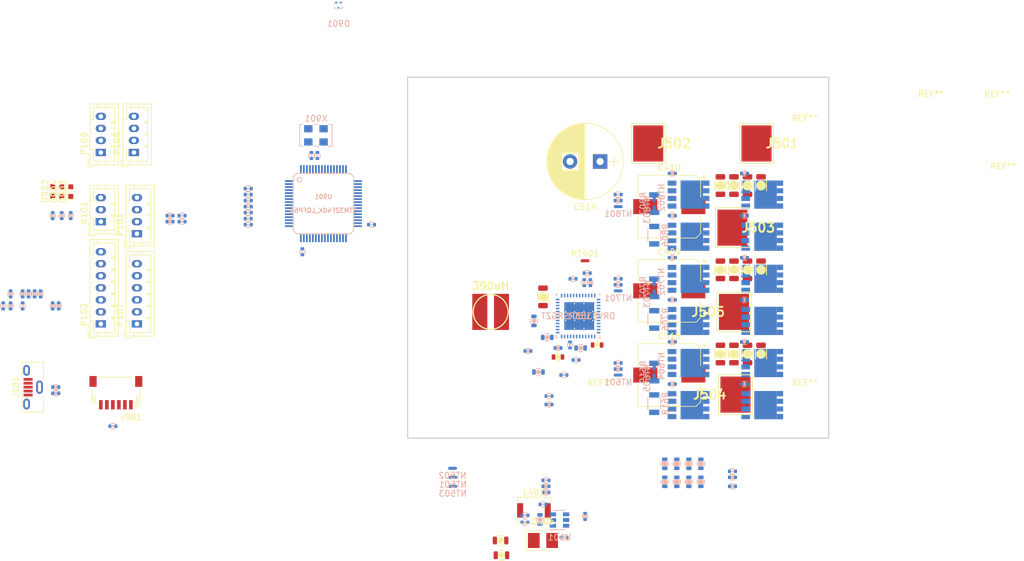
<source format=kicad_pcb>
(kicad_pcb (version 20171130) (host pcbnew "(5.1.4)-1")
  (layers (0 F.Cu signal) (1 In1.Cu power) (2 In2.Cu signal) (31 B.Cu power) (34 B.Paste user) (35 F.Paste user) (36 B.SilkS user) (37 F.SilkS user) (38 B.Mask user) (39 F.Mask user) (44 Edge.Cuts user))
  (net 0 "")
  (net 1 GND)
  (net 2 +3V3)
  (net 3 NRST)
  (net 4 +12V)
  (net 5 "Net-(J101-Pad2)")
  (net 6 "Net-(J101-Pad3)")
  (net 7 SWDIO)
  (net 8 SWCLK)
  (net 9 "Net-(K101-Pad1)")
  (net 10 "Net-(C507-Pad2)")
  (net 11 GNDD)
  (net 12 +BATT)
  (net 13 /drv_power_stage/buck_rcl)
  (net 14 "Net-(Q701-Pad2)")
  (net 15 "Net-(Q702-Pad2)")
  (net 16 "Net-(Q703-Pad2)")
  (net 17 "Net-(Q704-Pad2)")
  (net 18 "Net-(Q801-Pad2)")
  (net 19 "Net-(Q802-Pad2)")
  (net 20 "Net-(Q803-Pad2)")
  (net 21 "Net-(Q804-Pad2)")
  (net 22 GNDA)
  (net 23 /drv_power_stage/ENABLE)
  (net 24 /drv_power_stage/A_VSENSE)
  (net 25 /drv_power_stage/B_VSENSE)
  (net 26 /drv_power_stage/C_VSENSE)
  (net 27 "Net-(C201-Pad1)")
  (net 28 "Net-(C403-Pad1)")
  (net 29 "Net-(C403-Pad2)")
  (net 30 "Net-(C407-Pad2)")
  (net 31 "Net-(C505-Pad1)")
  (net 32 "Net-(C507-Pad1)")
  (net 33 "Net-(C508-Pad2)")
  (net 34 "Net-(C509-Pad1)")
  (net 35 "Net-(C510-Pad2)")
  (net 36 "Net-(C510-Pad1)")
  (net 37 "Net-(C511-Pad2)")
  (net 38 "Net-(C512-Pad2)")
  (net 39 /drv_power_stage/GDRV_VSENSE)
  (net 40 "Net-(C906-Pad1)")
  (net 41 "Net-(C908-Pad1)")
  (net 42 "Net-(D902-Pad1)")
  (net 43 "Net-(D903-Pad1)")
  (net 44 "Net-(D904-Pad1)")
  (net 45 "Net-(K101-Pad2)")
  (net 46 /drv_power_stage/3.3_IREF)
  (net 47 /drv_power_stage/PHASE_B)
  (net 48 /drv_power_stage/PHASE_C)
  (net 49 /drv_power_stage/PHASE_A)
  (net 50 "Net-(Q601-Pad2)")
  (net 51 "Net-(Q602-Pad2)")
  (net 52 "Net-(Q603-Pad2)")
  (net 53 "Net-(Q604-Pad2)")
  (net 54 "Net-(R401-Pad1)")
  (net 55 /drv_power_stage/DRV_SDO)
  (net 56 "Net-(R503-Pad2)")
  (net 57 /drv_power_stage/A_ISENSE)
  (net 58 /drv_power_stage/B_ISENSE)
  (net 59 /drv_power_stage/C_ISENSE)
  (net 60 /Microcontroller/SERVO)
  (net 61 /Microcontroller/ADC_VBUS)
  (net 62 /Microcontroller/ADC_TEMP)
  (net 63 /Microcontroller/TEMP_MOTOR)
  (net 64 /drv_power_stage/power_phase_B/PR_SENSE)
  (net 65 /drv_power_stage/power_phase_B/NR_SENSE)
  (net 66 /drv_power_stage/power_phase_C/PR_SENSE)
  (net 67 /drv_power_stage/power_phase_C/NR_SENSE)
  (net 68 /drv_power_stage/power_phase_A/PR_SENSE)
  (net 69 /drv_power_stage/power_phase_A/NR_SENSE)
  (net 70 /Microcontroller/VCAP2)
  (net 71 /Microcontroller/VCAP1)
  (net 72 /Microcontroller/USB_DM)
  (net 73 /Microcontroller/USB_DP)
  (net 74 /drv_power_stage/power_phase_B/H_SWITCH)
  (net 75 /drv_power_stage/power_phase_C/H_SWITCH)
  (net 76 /drv_power_stage/power_phase_A/H_SWITCH)
  (net 77 /CAN_tranciever/CANH)
  (net 78 /CAN_tranciever/CANL)
  (net 79 /Microcontroller/BRAKE_SW)
  (net 80 /Microcontroller/ADC_BRAKE)
  (net 81 /Microcontroller/ADC_THROTTLE)
  (net 82 /Microcontroller/USART1_RX)
  (net 83 /Microcontroller/USART1_TX)
  (net 84 /Microcontroller/SCL_2)
  (net 85 /Microcontroller/SDA_2)
  (net 86 /Microcontroller/HALL_3)
  (net 87 /Microcontroller/HALL_2)
  (net 88 /Microcontroller/HALL_1)
  (net 89 /drv_power_stage/power_phase_B/PH_GND_LOW)
  (net 90 /drv_power_stage/power_phase_C/PH_GND_LOW)
  (net 91 /drv_power_stage/power_phase_A/PH_GND_LOW)
  (net 92 /Microcontroller/FAULT)
  (net 93 /drv_power_stage/power_phase_B/H_GATE)
  (net 94 /drv_power_stage/power_phase_B/L_GATE)
  (net 95 /drv_power_stage/power_phase_C/H_GATE)
  (net 96 /drv_power_stage/power_phase_C/L_GATE)
  (net 97 /drv_power_stage/power_phase_A/H_GATE)
  (net 98 /drv_power_stage/power_phase_A/L_GATE)
  (net 99 /Microcontroller/LED_GREEN)
  (net 100 /Microcontroller/LED_RED)
  (net 101 /Microcontroller/L3)
  (net 102 /Microcontroller/H3)
  (net 103 /Microcontroller/L2)
  (net 104 /Microcontroller/H2)
  (net 105 /Microcontroller/L1)
  (net 106 /Microcontroller/H1)
  (net 107 "Net-(NT605-Pad1)")
  (net 108 "Net-(NT703-Pad1)")
  (net 109 "Net-(NT803-Pad1)")
  (net 110 "Net-(C511-Pad1)")
  (module Mounting_Holes:MountingHole_3.2mm_M3 (layer F.Cu) (at 186 111)
    (fp_text reference REF** (at 0 -4.2) (layer F.SilkS))
    (fp_text value MountingHole_3.2mm_M3)
    (pad 1 np_thru_hole circle (at 0 0) (size 3.2 3.2) (drill 3.2) (layers *.Cu *.Mask))
  )
  (module Mounting_Holes:MountingHole_3.2mm_M3 (layer F.Cu) (at 152 155)
    (fp_text reference REF** (at 0 -4.2) (layer F.SilkS))
    (fp_text value MountingHole_3.2mm_M3)
    (pad 1 np_thru_hole circle (at 0 0) (size 3.2 3.2) (drill 3.2) (layers *.Cu *.Mask))
  )
  (module Mounting_Holes:MountingHole_3.2mm_M3 (layer F.Cu) (at 219 119)
    (fp_text reference REF** (at 0 -4.2) (layer F.SilkS))
    (fp_text value MountingHole_3.2mm_M3)
    (pad 1 np_thru_hole circle (at 0 0) (size 3.2 3.2) (drill 3.2) (layers *.Cu *.Mask))
  )
  (module Mounting_Holes:MountingHole_3.2mm_M3 (layer F.Cu) (at 218 107)
    (fp_text reference REF** (at 0 -4.2) (layer F.SilkS))
    (fp_text value MountingHole_3.2mm_M3)
    (pad 1 np_thru_hole circle (at 0 0) (size 3.2 3.2) (drill 3.2) (layers *.Cu *.Mask))
  )
  (module Mounting_Holes:MountingHole_3.2mm_M3 (layer F.Cu) (at 207 107)
    (fp_text reference REF** (at 0 -4.2) (layer F.SilkS))
    (fp_text value MountingHole_3.2mm_M3)
    (pad 1 np_thru_hole circle (at 0 0) (size 3.2 3.2) (drill 3.2) (layers *.Cu *.Mask))
  )
  (module Mounting_Holes:MountingHole_3.2mm_M3 (layer F.Cu) (at 186 155)
    (fp_text reference REF** (at 0 -4.2) (layer F.SilkS))
    (fp_text value MountingHole_3.2mm_M3)
    (pad 1 np_thru_hole circle (at 0 0) (size 3.2 3.2) (drill 3.2) (layers *.Cu *.Mask))
  )
  (module NetTie:NetTie-2_SMD_Pad0.5mm (layer F.Cu) (at 149.5 130.5)
    (fp_text reference NT401 (at 0 -1.2) (layer F.SilkS))
    (fp_text value Net-Tie_2)
    (fp_poly (pts (xy -0.5 -0.25) (xy 0.5 -0.25) (xy 0.5 0.25) (xy -0.5 0.25)) (layer F.Cu) (width 0))
    (pad 2 smd circle (at 0.5 0) (size 0.5 0.5) (layers F.Cu) (net 110 "Net-(C511-Pad1)"))
    (pad 1 smd circle (at -0.5 0) (size 0.5 0.5) (layers F.Cu) (net 12 +BATT))
  )
  (module crf1:inductor_smd_5.8mmx4.8hmm (layer F.Cu) (at 133.80086 139)
    (fp_text reference L501 hide)
    (fp_text value 390uH (at 0 -4.30022) (layer F.SilkS) (effects (font (size 1.27 1.27) (thickness 0.254))))
    (pad 2 smd rect (at -1.80086 0) (size 2.49936 5.99948) (layers F.Cu F.Paste F.Mask) (net 35 "Net-(C510-Pad2)"))
    (pad 1 smd rect (at 1.80086 0) (size 2.49936 5.99948) (layers F.Cu F.Paste F.Mask) (net 38 "Net-(C512-Pad2)"))
  )
  (module crf1:1PAD_6x5mm (layer F.Cu) (at 174.25 139 90)
    (fp_text reference J505 (at 0 -4.3 180) (layer F.SilkS) (effects (font (size 1.524 1.524) (thickness 0.3048))))
    (fp_text value C hide)
    (pad 1 smd rect (at 0 0 90) (size 6 5) (layers F.Cu F.Paste F.Mask) (net 48 /drv_power_stage/PHASE_C))
  )
  (module crf1:1PAD_6x5mm (layer F.Cu) (at 174.5 152.75 90)
    (fp_text reference J504 (at 0 -4.3 180) (layer F.SilkS) (effects (font (size 1.524 1.524) (thickness 0.3048))))
    (fp_text value B hide)
    (pad 1 smd rect (at 0 0 90) (size 6 5) (layers F.Cu F.Paste F.Mask) (net 47 /drv_power_stage/PHASE_B))
  )
  (module crf1:1PAD_6x5mm (layer F.Cu) (at 174 125 270)
    (fp_text reference J503 (at 0 -4.3 180) (layer F.SilkS) (effects (font (size 1.524 1.524) (thickness 0.3048))))
    (fp_text value A hide)
    (pad 1 smd rect (at 0 0 270) (size 6 5) (layers F.Cu F.Paste F.Mask) (net 49 /drv_power_stage/PHASE_A))
  )
  (module crf1:1PAD_6x5mm (layer F.Cu) (at 160 111 270)
    (fp_text reference J502 (at 0 -4.3 180) (layer F.SilkS) (effects (font (size 1.524 1.524) (thickness 0.3048))))
    (fp_text value Gnd hide)
    (pad 1 smd rect (at 0 0 270) (size 6 5) (layers F.Cu F.Paste F.Mask) (net 1 GND))
  )
  (module crf1:1PAD_6x5mm (layer F.Cu) (at 178 111 270)
    (fp_text reference J501 (at 0 -4.3 180) (layer F.SilkS) (effects (font (size 1.524 1.524) (thickness 0.3048))))
    (fp_text value +Vbat hide)
    (pad 1 smd rect (at 0 0 270) (size 6 5) (layers F.Cu F.Paste F.Mask) (net 12 +BATT))
  )
  (module Capacitors_SMD:CP_Elec_10x10.5 (layer F.Cu) (at 163.5 149.5 180)
    (fp_text reference C515 (at 0 6.46) (layer F.SilkS))
    (fp_text value 20uF)
    (fp_text user + (at -5.78 4.97) (layer F.SilkS))
    (pad 1 smd rect (at -4 0) (size 4 2.5) (layers F.Cu F.Paste F.Mask) (net 12 +BATT))
    (pad 2 smd rect (at 4 0) (size 4 2.5) (layers F.Cu F.Paste F.Mask) (net 1 GND))
  )
  (module pkl_dipol:C_0402 (layer B.Cu) (at 145.975 149.5)
    (fp_text reference C506)
    (fp_text value 0.1uF)
    (pad 2 smd roundrect (at 0.5 0) (size 0.5 0.6) (layers B.Cu B.Paste B.Mask) (net 22 GNDA))
    (pad 1 smd roundrect (at -0.5 0) (size 0.5 0.6) (layers B.Cu B.Paste B.Mask) (net 46 /drv_power_stage/3.3_IREF))
  )
  (module pkl_dipol:C_0603 (layer B.Cu) (at 143.218474 143.243303)
    (fp_text reference C504)
    (fp_text value 0.1uF)
    (pad 2 smd roundrect (at 0.75 0) (size 0.6 0.9) (layers B.Cu B.Paste B.Mask) (net 11 GNDD))
    (pad 1 smd roundrect (at -0.75 0) (size 0.6 0.9) (layers B.Cu B.Paste B.Mask) (net 12 +BATT))
  )
  (module Capacitors_SMD:CP_Elec_10x10.5 (layer F.Cu) (at 163.5 121.5 180)
    (fp_text reference C410 (at 0 6.46) (layer F.SilkS))
    (fp_text value 20uF)
    (fp_text user + (at -5.78 4.97) (layer F.SilkS))
    (pad 1 smd rect (at -4 0) (size 4 2.5) (layers F.Cu F.Paste F.Mask) (net 12 +BATT))
    (pad 2 smd rect (at 4 0) (size 4 2.5) (layers F.Cu F.Paste F.Mask) (net 1 GND))
  )
  (module Capacitors_SMD:CP_Elec_10x10.5 (layer F.Cu) (at 163.5 135.5 180)
    (fp_text reference C409 (at 0 6.46) (layer F.SilkS))
    (fp_text value 20uF)
    (fp_text user + (at -5.78 4.97) (layer F.SilkS))
    (pad 1 smd rect (at -4 0) (size 4 2.5) (layers F.Cu F.Paste F.Mask) (net 12 +BATT))
    (pad 2 smd rect (at 4 0) (size 4 2.5) (layers F.Cu F.Paste F.Mask) (net 1 GND))
  )
  (module pkl_dipol:R_0402 (layer B.Cu) (at 143 169 180)
    (fp_text reference R403)
    (fp_text value "10k 0.1%")
    (pad 2 smd roundrect (at 0.5 0 180) (size 0.5 0.6) (layers B.Cu B.Paste B.Mask) (net 1 GND))
    (pad 1 smd roundrect (at -0.5 0 180) (size 0.5 0.6) (layers B.Cu B.Paste B.Mask) (net 30 "Net-(C407-Pad2)"))
  )
  (module pkl_dipol:R_0402 (layer B.Cu) (at 143 168)
    (fp_text reference R402)
    (fp_text value "R33.2k 0.1%")
    (pad 2 smd roundrect (at 0.5 0) (size 0.5 0.6) (layers B.Cu B.Paste B.Mask) (net 30 "Net-(C407-Pad2)"))
    (pad 1 smd roundrect (at -0.5 0) (size 0.5 0.6) (layers B.Cu B.Paste B.Mask) (net 2 +3V3))
  )
  (module pkl_dipol:R_0402 (layer B.Cu) (at 149.5 173 90)
    (fp_text reference R401)
    (fp_text value 1k)
    (pad 2 smd roundrect (at 0.5 0 90) (size 0.5 0.6) (layers B.Cu B.Paste B.Mask) (net 4 +12V))
    (pad 1 smd roundrect (at -0.5 0 90) (size 0.5 0.6) (layers B.Cu B.Paste B.Mask) (net 54 "Net-(R401-Pad1)"))
  )
  (module Inductors_SMD:L_Neosid_Ms42 (layer F.Cu) (at 141 172)
    (fp_text reference L401 (at 0 -3) (layer F.SilkS))
    (fp_text value 3.3uH)
    (pad 1 smd rect (at -2.3 0) (size 1 2.4) (layers F.Cu F.Paste F.Mask) (net 2 +3V3))
    (pad 2 smd rect (at 2.3 0) (size 1 2.4) (layers F.Cu F.Paste F.Mask) (net 28 "Net-(C403-Pad1)"))
  )
  (module pkl_dipol:C_0402 (layer B.Cu) (at 174 165.5)
    (fp_text reference C408)
    (fp_text value 100nf)
    (pad 2 smd roundrect (at 0.5 0) (size 0.5 0.6) (layers B.Cu B.Paste B.Mask) (net 22 GNDA))
    (pad 1 smd roundrect (at -0.5 0) (size 0.5 0.6) (layers B.Cu B.Paste B.Mask) (net 62 /Microcontroller/ADC_TEMP))
  )
  (module pkl_dipol:C_0402 (layer B.Cu) (at 143 167)
    (fp_text reference C407)
    (fp_text value NP)
    (pad 2 smd roundrect (at 0.5 0) (size 0.5 0.6) (layers B.Cu B.Paste B.Mask) (net 30 "Net-(C407-Pad2)"))
    (pad 1 smd roundrect (at -0.5 0) (size 0.5 0.6) (layers B.Cu B.Paste B.Mask) (net 2 +3V3))
  )
  (module pkl_dipol:C_0402 (layer B.Cu) (at 139.5 174)
    (fp_text reference C405)
    (fp_text value 2.2uf)
    (pad 2 smd roundrect (at 0.5 0) (size 0.5 0.6) (layers B.Cu B.Paste B.Mask) (net 1 GND))
    (pad 1 smd roundrect (at -0.5 0) (size 0.5 0.6) (layers B.Cu B.Paste B.Mask) (net 2 +3V3))
  )
  (module pkl_dipol:C_0402 (layer B.Cu) (at 139.5 172.815)
    (fp_text reference C404)
    (fp_text value 100nf)
    (pad 2 smd roundrect (at 0.5 0) (size 0.5 0.6) (layers B.Cu B.Paste B.Mask) (net 1 GND))
    (pad 1 smd roundrect (at -0.5 0) (size 0.5 0.6) (layers B.Cu B.Paste B.Mask) (net 2 +3V3))
  )
  (module pkl_dipol:C_0402 (layer B.Cu) (at 146 176.5)
    (fp_text reference C403)
    (fp_text value 100nf)
    (pad 2 smd roundrect (at 0.5 0) (size 0.5 0.6) (layers B.Cu B.Paste B.Mask) (net 29 "Net-(C403-Pad2)"))
    (pad 1 smd roundrect (at -0.5 0) (size 0.5 0.6) (layers B.Cu B.Paste B.Mask) (net 28 "Net-(C403-Pad1)"))
  )
  (module pkl_dipol:C_0402 (layer B.Cu) (at 142.5 171)
    (fp_text reference C402)
    (fp_text value 100nf)
    (pad 2 smd roundrect (at 0.5 0) (size 0.5 0.6) (layers B.Cu B.Paste B.Mask) (net 1 GND))
    (pad 1 smd roundrect (at -0.5 0) (size 0.5 0.6) (layers B.Cu B.Paste B.Mask) (net 4 +12V))
  )
  (module pkl_dipol:C_0603 (layer B.Cu) (at 142 173.5 270)
    (fp_text reference C401)
    (fp_text value 2.2uf)
    (pad 2 smd roundrect (at 0.75 0 270) (size 0.6 0.9) (layers B.Cu B.Paste B.Mask) (net 1 GND))
    (pad 1 smd roundrect (at -0.75 0 270) (size 0.6 0.9) (layers B.Cu B.Paste B.Mask) (net 4 +12V))
  )
  (module Connectors_JST:JST_PH_B4B-PH-K_04x2.00mm_Straight (layer F.Cu) (at 69 112.5 90)
    (fp_text reference P106 (at 1.5 -2.8 90) (layer F.SilkS))
    (fp_text value I2C)
    (pad 1 thru_hole rect (at 0 0 90) (size 1.2 1.7) (drill 0.75) (layers *.Cu *.Mask) (net 84 /Microcontroller/SCL_2))
    (pad 2 thru_hole oval (at 2 0 90) (size 1.2 1.7) (drill 0.75) (layers *.Cu *.Mask) (net 85 /Microcontroller/SDA_2))
    (pad 3 thru_hole oval (at 4 0 90) (size 1.2 1.7) (drill 0.75) (layers *.Cu *.Mask) (net 2 +3V3))
    (pad 4 thru_hole oval (at 6 0 90) (size 1.2 1.7) (drill 0.75) (layers *.Cu *.Mask) (net 1 GND))
  )
  (module Resistors_SMD:R_1206 (layer B.Cu) (at 161 121 270)
    (fp_text reference R807 (at 0 1.85 90) (layer B.SilkS) (effects (justify mirror)))
    (fp_text value 1mΩ)
    (pad 1 smd rect (at -1.45 0 270) (size 0.9 1.7) (layers B.Cu B.Paste B.Mask) (net 91 /drv_power_stage/power_phase_A/PH_GND_LOW))
    (pad 2 smd rect (at 1.45 0 270) (size 0.9 1.7) (layers B.Cu B.Paste B.Mask) (net 11 GNDD))
  )
  (module Resistors_SMD:R_1206 (layer B.Cu) (at 161 126.25 90)
    (fp_text reference R806 (at 0 1.85 90) (layer B.SilkS) (effects (justify mirror)))
    (fp_text value 1mΩ)
    (pad 1 smd rect (at -1.45 0 90) (size 0.9 1.7) (layers B.Cu B.Paste B.Mask) (net 91 /drv_power_stage/power_phase_A/PH_GND_LOW))
    (pad 2 smd rect (at 1.45 0 90) (size 0.9 1.7) (layers B.Cu B.Paste B.Mask) (net 11 GNDD))
  )
  (module Resistors_SMD:R_1206 (layer B.Cu) (at 161 135 270)
    (fp_text reference R707 (at 0 1.85 270) (layer B.SilkS) (effects (justify mirror)))
    (fp_text value 1mΩ)
    (pad 1 smd rect (at -1.45 0 270) (size 0.9 1.7) (layers B.Cu B.Paste B.Mask) (net 90 /drv_power_stage/power_phase_C/PH_GND_LOW))
    (pad 2 smd rect (at 1.45 0 270) (size 0.9 1.7) (layers B.Cu B.Paste B.Mask) (net 11 GNDD))
  )
  (module Resistors_SMD:R_1206 (layer B.Cu) (at 161 140.25 90)
    (fp_text reference R706 (at 0 1.85 90) (layer B.SilkS) (effects (justify mirror)))
    (fp_text value 1mΩ)
    (pad 1 smd rect (at -1.45 0 90) (size 0.9 1.7) (layers B.Cu B.Paste B.Mask) (net 90 /drv_power_stage/power_phase_C/PH_GND_LOW))
    (pad 2 smd rect (at 1.45 0 90) (size 0.9 1.7) (layers B.Cu B.Paste B.Mask) (net 11 GNDD))
  )
  (module Resistors_SMD:R_1206 (layer B.Cu) (at 161 149 270)
    (fp_text reference R619 (at 0 1.85 270) (layer B.SilkS) (effects (justify mirror)))
    (fp_text value 1mΩ)
    (pad 1 smd rect (at -1.45 0 270) (size 0.9 1.7) (layers B.Cu B.Paste B.Mask) (net 89 /drv_power_stage/power_phase_B/PH_GND_LOW))
    (pad 2 smd rect (at 1.45 0 270) (size 0.9 1.7) (layers B.Cu B.Paste B.Mask) (net 11 GNDD))
  )
  (module Resistors_SMD:R_1206 (layer B.Cu) (at 161 154.25 90)
    (fp_text reference R618 (at 0 1.85 90) (layer B.SilkS) (effects (justify mirror)))
    (fp_text value 1mΩ)
    (pad 1 smd rect (at -1.45 0 90) (size 0.9 1.7) (layers B.Cu B.Paste B.Mask) (net 89 /drv_power_stage/power_phase_B/PH_GND_LOW))
    (pad 2 smd rect (at 1.45 0 90) (size 0.9 1.7) (layers B.Cu B.Paste B.Mask) (net 11 GNDD))
  )
  (module NetTie:NetTie-2_SMD_Pad0.5mm (layer B.Cu) (at 161 122 270)
    (fp_text reference NT803 (at 0 1.2 270) (layer B.SilkS) (effects (justify mirror)))
    (fp_text value Net-Tie_2)
    (fp_poly (pts (xy -0.5 0.25) (xy 0.5 0.25) (xy 0.5 -0.25) (xy -0.5 -0.25)) (layer B.Cu) (width 0))
    (pad 2 smd circle (at 0.5 0 270) (size 0.5 0.5) (layers B.Cu) (net 11 GNDD))
    (pad 1 smd circle (at -0.5 0 270) (size 0.5 0.5) (layers B.Cu) (net 109 "Net-(NT803-Pad1)"))
  )
  (module NetTie:NetTie-2_SMD_Pad0.5mm (layer B.Cu) (at 161 120 90)
    (fp_text reference NT802 (at 0 1.2 270) (layer B.SilkS) (effects (justify mirror)))
    (fp_text value Net-Tie_2)
    (fp_poly (pts (xy -0.5 0.25) (xy 0.5 0.25) (xy 0.5 -0.25) (xy -0.5 -0.25)) (layer B.Cu) (width 0))
    (pad 2 smd circle (at 0.5 0 90) (size 0.5 0.5) (layers B.Cu) (net 91 /drv_power_stage/power_phase_A/PH_GND_LOW))
    (pad 1 smd circle (at -0.5 0 90) (size 0.5 0.5) (layers B.Cu) (net 68 /drv_power_stage/power_phase_A/PR_SENSE))
  )
  (module NetTie:NetTie-2_SMD_Pad0.5mm (layer B.Cu) (at 161 136 270)
    (fp_text reference NT703 (at 0 1.2 270) (layer B.SilkS) (effects (justify mirror)))
    (fp_text value Net-Tie_2)
    (fp_poly (pts (xy -0.5 0.25) (xy 0.5 0.25) (xy 0.5 -0.25) (xy -0.5 -0.25)) (layer B.Cu) (width 0))
    (pad 2 smd circle (at 0.5 0 270) (size 0.5 0.5) (layers B.Cu) (net 11 GNDD))
    (pad 1 smd circle (at -0.5 0 270) (size 0.5 0.5) (layers B.Cu) (net 108 "Net-(NT703-Pad1)"))
  )
  (module NetTie:NetTie-2_SMD_Pad0.5mm (layer B.Cu) (at 161 134 90)
    (fp_text reference NT702 (at 0 1.2 90) (layer B.SilkS) (effects (justify mirror)))
    (fp_text value Net-Tie_2)
    (fp_poly (pts (xy -0.5 0.25) (xy 0.5 0.25) (xy 0.5 -0.25) (xy -0.5 -0.25)) (layer B.Cu) (width 0))
    (pad 2 smd circle (at 0.5 0 90) (size 0.5 0.5) (layers B.Cu) (net 90 /drv_power_stage/power_phase_C/PH_GND_LOW))
    (pad 1 smd circle (at -0.5 0 90) (size 0.5 0.5) (layers B.Cu) (net 66 /drv_power_stage/power_phase_C/PR_SENSE))
  )
  (module NetTie:NetTie-2_SMD_Pad0.5mm (layer B.Cu) (at 161 150 270)
    (fp_text reference NT605 (at 0 1.2 270) (layer B.SilkS) (effects (justify mirror)))
    (fp_text value Net-Tie_2)
    (fp_poly (pts (xy -0.5 0.25) (xy 0.5 0.25) (xy 0.5 -0.25) (xy -0.5 -0.25)) (layer B.Cu) (width 0))
    (pad 2 smd circle (at 0.5 0 270) (size 0.5 0.5) (layers B.Cu) (net 11 GNDD))
    (pad 1 smd circle (at -0.5 0 270) (size 0.5 0.5) (layers B.Cu) (net 107 "Net-(NT605-Pad1)"))
  )
  (module NetTie:NetTie-2_SMD_Pad0.5mm (layer B.Cu) (at 161 148 90)
    (fp_text reference NT604 (at 0 1.2 90) (layer B.SilkS) (effects (justify mirror)))
    (fp_text value Net-Tie_2)
    (fp_poly (pts (xy -0.5 0.25) (xy 0.5 0.25) (xy 0.5 -0.25) (xy -0.5 -0.25)) (layer B.Cu) (width 0))
    (pad 2 smd circle (at 0.5 0 90) (size 0.5 0.5) (layers B.Cu) (net 89 /drv_power_stage/power_phase_B/PH_GND_LOW))
    (pad 1 smd circle (at -0.5 0 90) (size 0.5 0.5) (layers B.Cu) (net 64 /drv_power_stage/power_phase_B/PR_SENSE))
  )
  (module pkl_dipol:R_0402 (layer B.Cu) (at 164 123 180)
    (fp_text reference R805)
    (fp_text value 5Ω)
    (pad 1 smd roundrect (at -0.5 0 180) (size 0.5 0.6) (layers B.Cu B.Paste B.Mask) (net 21 "Net-(Q804-Pad2)"))
    (pad 2 smd roundrect (at 0.5 0 180) (size 0.5 0.6) (layers B.Cu B.Paste B.Mask) (net 98 /drv_power_stage/power_phase_A/L_GATE))
  )
  (module Capacitors_THT:CP_Radial_D12.5mm_P5.00mm (layer F.Cu) (at 152 114 180)
    (fp_text reference C514 (at 2.5 -7.56) (layer F.SilkS))
    (fp_text value 560uF)
    (pad 1 thru_hole rect (at 0 0 180) (size 2.4 2.4) (drill 1.2) (layers *.Cu *.Mask) (net 12 +BATT))
    (pad 2 thru_hole circle (at 5 0 180) (size 2.4 2.4) (drill 1.2) (layers *.Cu *.Mask) (net 1 GND))
  )
  (module Oscillators:Oscillator_SMD_EuroQuartz_XO53-4pin_5.0x3.2mm (layer B.Cu) (at 104.76 109.65 180)
    (fp_text reference X901 (at 0 2.8) (layer B.SilkS) (effects (justify mirror)))
    (fp_text value "8MHz 10ppm")
    (pad 1 smd rect (at -1.27 -1.1 180) (size 1.4 1.2) (layers B.Cu B.Paste B.Mask) (net 40 "Net-(C906-Pad1)"))
    (pad 2 smd rect (at 1.27 -1.1 180) (size 1.4 1.2) (layers B.Cu B.Paste B.Mask) (net 41 "Net-(C908-Pad1)"))
    (pad 3 smd rect (at 1.27 1.1 180) (size 1.4 1.2) (layers B.Cu B.Paste B.Mask) (net 1 GND))
    (pad 4 smd rect (at -1.27 1.1 180) (size 1.4 1.2) (layers B.Cu B.Paste B.Mask))
  )
  (module crf1:lqfp64_pad_mod (layer B.Cu) (at 106 121)
    (fp_text reference U901 (at 0 -1.143) (layer B.SilkS) (effects (font (size 0.7493 0.7493) (thickness 0.14986)) (justify mirror)))
    (fp_text value STM32F40X_LQFP64 (at 0 1.143) (layer B.SilkS) (effects (font (size 0.7493 0.7493) (thickness 0.14986)) (justify mirror)))
    (pad 64 smd rect (at -5.75056 -3.74904) (size 1.30048 0.3) (layers B.Cu B.Paste B.Mask) (net 2 +3V3))
    (pad 63 smd rect (at -5.75056 -3.2512) (size 1.30048 0.3) (layers B.Cu B.Paste B.Mask) (net 1 GND))
    (pad 62 smd rect (at -5.75056 -2.75082) (size 1.30048 0.3) (layers B.Cu B.Paste B.Mask))
    (pad 61 smd rect (at -5.75056 -2.25044) (size 1.30048 0.3) (layers B.Cu B.Paste B.Mask))
    (pad 60 smd rect (at -5.75056 -1.75006) (size 1.30048 0.3) (layers B.Cu B.Paste B.Mask) (net 1 GND))
    (pad 48 smd rect (at -3.74904 5.75056) (size 0.3 1.30048) (layers B.Cu B.Paste B.Mask) (net 2 +3V3))
    (pad 47 smd rect (at -3.2512 5.75056) (size 0.3 1.30048) (layers B.Cu B.Paste B.Mask) (net 70 /Microcontroller/VCAP2))
    (pad 46 smd rect (at -2.75082 5.75056) (size 0.3 1.30048) (layers B.Cu B.Paste B.Mask) (net 7 SWDIO))
    (pad 45 smd rect (at -2.25044 5.75056) (size 0.3 1.30048) (layers B.Cu B.Paste B.Mask) (net 73 /Microcontroller/USB_DP))
    (pad 44 smd rect (at -1.75006 5.75056) (size 0.3 1.30048) (layers B.Cu B.Paste B.Mask) (net 72 /Microcontroller/USB_DM))
    (pad 32 smd rect (at 5.75056 3.74904) (size 1.30048 0.3) (layers B.Cu B.Paste B.Mask) (net 2 +3V3))
    (pad 31 smd rect (at 5.75056 3.2512) (size 1.30048 0.3) (layers B.Cu B.Paste B.Mask) (net 71 /Microcontroller/VCAP1))
    (pad 30 smd rect (at 5.75056 2.75082) (size 1.30048 0.3) (layers B.Cu B.Paste B.Mask) (net 85 /Microcontroller/SDA_2))
    (pad 29 smd rect (at 5.75056 2.25044) (size 1.30048 0.3) (layers B.Cu B.Paste B.Mask) (net 84 /Microcontroller/SCL_2))
    (pad 28 smd rect (at 5.75056 1.75006) (size 1.30048 0.3) (layers B.Cu B.Paste B.Mask))
    (pad 16 smd rect (at 3.74904 -5.75056) (size 0.3 1.30048) (layers B.Cu B.Paste B.Mask) (net 26 /drv_power_stage/C_VSENSE))
    (pad 15 smd rect (at 3.2512 -5.75056) (size 0.3 1.30048) (layers B.Cu B.Paste B.Mask) (net 25 /drv_power_stage/B_VSENSE))
    (pad 14 smd rect (at 2.75082 -5.75056) (size 0.3 1.30048) (layers B.Cu B.Paste B.Mask) (net 24 /drv_power_stage/A_VSENSE))
    (pad 13 smd rect (at 2.25044 -5.75056) (size 0.3 1.30048) (layers B.Cu B.Paste B.Mask) (net 2 +3V3))
    (pad 12 smd rect (at 1.75006 -5.75056) (size 0.3 1.30048) (layers B.Cu B.Paste B.Mask) (net 22 GNDA))
    (pad 59 smd rect (at -5.75056 -1.24968) (size 1.30048 0.3) (layers B.Cu B.Paste B.Mask) (net 82 /Microcontroller/USART1_RX))
    (pad 58 smd rect (at -5.75056 -0.7493) (size 1.30048 0.3) (layers B.Cu B.Paste B.Mask) (net 83 /Microcontroller/USART1_TX))
    (pad 57 smd rect (at -5.75056 -0.24892) (size 1.30048 0.3) (layers B.Cu B.Paste B.Mask) (net 79 /Microcontroller/BRAKE_SW))
    (pad 43 smd rect (at -1.24968 5.75056) (size 0.3 1.30048) (layers B.Cu B.Paste B.Mask) (net 102 /Microcontroller/H3))
    (pad 42 smd rect (at -0.7493 5.75056) (size 0.3 1.30048) (layers B.Cu B.Paste B.Mask) (net 104 /Microcontroller/H2))
    (pad 41 smd rect (at -0.24892 5.75056) (size 0.3 1.30048) (layers B.Cu B.Paste B.Mask) (net 106 /Microcontroller/H1))
    (pad 27 smd rect (at 5.75056 1.24968) (size 1.30048 0.3) (layers B.Cu B.Paste B.Mask) (net 80 /Microcontroller/ADC_BRAKE))
    (pad 26 smd rect (at 5.75056 0.7493) (size 1.30048 0.3) (layers B.Cu B.Paste B.Mask) (net 81 /Microcontroller/ADC_THROTTLE))
    (pad 25 smd rect (at 5.75056 0.24892) (size 1.30048 0.3) (layers B.Cu B.Paste B.Mask) (net 63 /Microcontroller/TEMP_MOTOR))
    (pad 11 smd rect (at 1.24968 -5.75056) (size 0.3 1.30048) (layers B.Cu B.Paste B.Mask) (net 61 /Microcontroller/ADC_VBUS))
    (pad 10 smd rect (at 0.7493 -5.75056) (size 0.3 1.30048) (layers B.Cu B.Paste B.Mask) (net 59 /drv_power_stage/C_ISENSE))
    (pad 9 smd rect (at 0.24892 -5.75056) (size 0.3 1.30048) (layers B.Cu B.Paste B.Mask) (net 58 /drv_power_stage/B_ISENSE))
    (pad 56 smd rect (at -5.75056 0.24892) (size 1.30048 0.3) (layers B.Cu B.Paste B.Mask))
    (pad 55 smd rect (at -5.75056 0.7493) (size 1.30048 0.3) (layers B.Cu B.Paste B.Mask))
    (pad 54 smd rect (at -5.75056 1.24968) (size 1.30048 0.3) (layers B.Cu B.Paste B.Mask))
    (pad 53 smd rect (at -5.75056 1.75006) (size 1.30048 0.3) (layers B.Cu B.Paste B.Mask))
    (pad 52 smd rect (at -5.75056 2.25044) (size 1.30048 0.3) (layers B.Cu B.Paste B.Mask))
    (pad 51 smd rect (at -5.75056 2.75082) (size 1.30048 0.3) (layers B.Cu B.Paste B.Mask))
    (pad 50 smd rect (at -5.75056 3.2512) (size 1.30048 0.3) (layers B.Cu B.Paste B.Mask))
    (pad 49 smd rect (at -5.75056 3.74904) (size 1.30048 0.3) (layers B.Cu B.Paste B.Mask) (net 8 SWCLK))
    (pad 40 smd rect (at 0.24892 5.75056) (size 0.3 1.30048) (layers B.Cu B.Paste B.Mask) (net 23 /drv_power_stage/ENABLE))
    (pad 39 smd rect (at 0.7493 5.75056) (size 0.3 1.30048) (layers B.Cu B.Paste B.Mask) (net 86 /Microcontroller/HALL_3))
    (pad 38 smd rect (at 1.24968 5.75056) (size 0.3 1.30048) (layers B.Cu B.Paste B.Mask) (net 87 /Microcontroller/HALL_2))
    (pad 37 smd rect (at 1.75006 5.75056) (size 0.3 1.30048) (layers B.Cu B.Paste B.Mask) (net 88 /Microcontroller/HALL_1))
    (pad 36 smd rect (at 2.25044 5.75056) (size 0.3 1.30048) (layers B.Cu B.Paste B.Mask) (net 101 /Microcontroller/L3))
    (pad 35 smd rect (at 2.75082 5.75056) (size 0.3 1.30048) (layers B.Cu B.Paste B.Mask) (net 103 /Microcontroller/L2))
    (pad 34 smd rect (at 3.2512 5.75056) (size 0.3 1.30048) (layers B.Cu B.Paste B.Mask) (net 105 /Microcontroller/L1))
    (pad 33 smd rect (at 3.74904 5.75056) (size 0.3 1.30048) (layers B.Cu B.Paste B.Mask) (net 92 /Microcontroller/FAULT))
    (pad 24 smd rect (at 5.75056 -0.24892) (size 1.30048 0.3) (layers B.Cu B.Paste B.Mask) (net 62 /Microcontroller/ADC_TEMP))
    (pad 23 smd rect (at 5.75056 -0.7493) (size 1.30048 0.3) (layers B.Cu B.Paste B.Mask))
    (pad 22 smd rect (at 5.75056 -1.24968) (size 1.30048 0.3) (layers B.Cu B.Paste B.Mask))
    (pad 21 smd rect (at 5.75056 -1.75006) (size 1.30048 0.3) (layers B.Cu B.Paste B.Mask))
    (pad 20 smd rect (at 5.75056 -2.25044) (size 1.30048 0.3) (layers B.Cu B.Paste B.Mask))
    (pad 19 smd rect (at 5.75056 -2.75082) (size 1.30048 0.3) (layers B.Cu B.Paste B.Mask) (net 2 +3V3))
    (pad 18 smd rect (at 5.75056 -3.2512) (size 1.30048 0.3) (layers B.Cu B.Paste B.Mask) (net 1 GND))
    (pad 17 smd rect (at 5.75056 -3.74904) (size 1.30048 0.3) (layers B.Cu B.Paste B.Mask) (net 60 /Microcontroller/SERVO))
    (pad 3 smd rect (at -2.75082 -5.75056) (size 0.3 1.30048) (layers B.Cu B.Paste B.Mask) (net 99 /Microcontroller/LED_GREEN))
    (pad 2 smd rect (at -3.2512 -5.75056) (size 0.3 1.30048) (layers B.Cu B.Paste B.Mask))
    (pad 1 smd rect (at -3.74904 -5.75056) (size 0.3 1.30048) (layers B.Cu B.Paste B.Mask) (net 2 +3V3))
    (pad 8 smd rect (at -0.24892 -5.75056) (size 0.3 1.30048) (layers B.Cu B.Paste B.Mask) (net 57 /drv_power_stage/A_ISENSE))
    (pad 7 smd rect (at -0.7493 -5.75056) (size 0.3 1.30048) (layers B.Cu B.Paste B.Mask) (net 3 NRST))
    (pad 6 smd rect (at -1.24968 -5.75056) (size 0.3 1.30048) (layers B.Cu B.Paste B.Mask) (net 41 "Net-(C908-Pad1)"))
    (pad 5 smd rect (at -1.75006 -5.75056) (size 0.3 1.30048) (layers B.Cu B.Paste B.Mask) (net 40 "Net-(C906-Pad1)"))
    (pad 4 smd rect (at -2.25044 -5.75056) (size 0.3 1.30048) (layers B.Cu B.Paste B.Mask) (net 100 /Microcontroller/LED_RED))
  )
  (module Locals:DRV8353RHRGZR (layer B.Cu) (at 148.340474 139.687303)
    (fp_text reference U501 (at 0 0) (layer B.SilkS) (effects (justify mirror)))
    (fp_text value DRV8353RSRGZT (at 0 0) (layer B.SilkS) (effects (justify mirror)))
    (fp_text user * (at 0 0) (layer B.SilkS) (effects (justify mirror)))
    (pad 49 thru_hole circle (at 0.973 2.050001) (size 0.499999 0.499999) (drill 0.2032) (layers *.Cu *.Mask) (net 11 GNDD))
    (pad 49 thru_hole circle (at -0.596999 2.050001) (size 0.499999 0.499999) (drill 0.2032) (layers *.Cu *.Mask) (net 11 GNDD))
    (pad 49 thru_hole circle (at 0.973 0.740001) (size 0.499999 0.499999) (drill 0.2032) (layers *.Cu *.Mask) (net 11 GNDD))
    (pad 49 thru_hole circle (at 0.973 -0.740001) (size 0.499999 0.499999) (drill 0.2032) (layers *.Cu *.Mask) (net 11 GNDD))
    (pad 49 thru_hole circle (at 0.973 -2.050001) (size 0.499999 0.499999) (drill 0.2032) (layers *.Cu *.Mask) (net 11 GNDD))
    (pad 49 thru_hole circle (at 2.426 0.740001) (size 0.499999 0.499999) (drill 0.2032) (layers *.Cu *.Mask) (net 11 GNDD))
    (pad 49 thru_hole circle (at 2.426 -0.740001) (size 0.499999 0.499999) (drill 0.2032) (layers *.Cu *.Mask) (net 11 GNDD))
    (pad 49 thru_hole circle (at -0.596999 0.740001) (size 0.499999 0.499999) (drill 0.2032) (layers *.Cu *.Mask) (net 11 GNDD))
    (pad 49 thru_hole circle (at -0.596999 -0.740001) (size 0.499999 0.499999) (drill 0.2032) (layers *.Cu *.Mask) (net 11 GNDD))
    (pad 49 thru_hole circle (at -0.596999 -2.050001) (size 0.499999 0.499999) (drill 0.2032) (layers *.Cu *.Mask) (net 11 GNDD))
    (pad 49 thru_hole circle (at -2.050001 -0.740001) (size 0.499999 0.499999) (drill 0.2032) (layers *.Cu *.Mask) (net 11 GNDD))
    (pad 49 thru_hole circle (at -2.050001 0.740001) (size 0.499999 0.499999) (drill 0.2032) (layers *.Cu *.Mask) (net 11 GNDD))
    (pad 49 smd rect (at 0.188001 0) (size 4.974999 4.600001) (layers B.Cu B.Mask) (net 11 GNDD))
    (pad 48 smd rect (at -2.75 3.400001) (size 0.24 0.599999) (layers B.Cu B.Paste B.Mask) (net 39 /drv_power_stage/GDRV_VSENSE))
    (pad 47 smd rect (at -2.250001 3.400001) (size 0.24 0.599999) (layers B.Cu B.Paste B.Mask) (net 56 "Net-(R503-Pad2)"))
    (pad 46 smd rect (at -1.749999 3.400001) (size 0.24 0.599999) (layers B.Cu B.Paste B.Mask) (net 13 /drv_power_stage/buck_rcl))
    (pad 45 smd rect (at -1.25 3.400001) (size 0.24 0.599999) (layers B.Cu B.Paste B.Mask) (net 36 "Net-(C510-Pad1)"))
    (pad 44 smd rect (at -0.749998 3.400001) (size 0.24 0.599999) (layers B.Cu B.Paste B.Mask) (net 31 "Net-(C505-Pad1)"))
    (pad 43 smd rect (at -0.25 3.400001) (size 0.24 0.599999) (layers B.Cu B.Paste B.Mask) (net 12 +BATT))
    (pad 42 smd rect (at 0.25 3.400001) (size 0.24 0.599999) (layers B.Cu B.Paste B.Mask) (net 35 "Net-(C510-Pad2)"))
    (pad 41 smd rect (at 0.750001 3.400001) (size 0.24 0.599999) (layers B.Cu B.Paste B.Mask) (net 1 GND))
    (pad 40 smd rect (at 1.25 3.400001) (size 0.24 0.599999) (layers B.Cu B.Paste B.Mask) (net 34 "Net-(C509-Pad1)"))
    (pad 39 smd rect (at 1.750002 3.400001) (size 0.24 0.599999) (layers B.Cu B.Paste B.Mask) (net 101 /Microcontroller/L3))
    (pad 38 smd rect (at 2.250001 3.400001) (size 0.24 0.599999) (layers B.Cu B.Paste B.Mask) (net 102 /Microcontroller/H3))
    (pad 37 smd rect (at 2.75 3.400001) (size 0.24 0.599999) (layers B.Cu B.Paste B.Mask) (net 103 /Microcontroller/L2))
    (pad 36 smd rect (at 3.400001 2.75 270) (size 0.24 0.599999) (layers B.Cu B.Paste B.Mask) (net 104 /Microcontroller/H2))
    (pad 35 smd rect (at 3.400001 2.250001 270) (size 0.24 0.599999) (layers B.Cu B.Paste B.Mask) (net 105 /Microcontroller/L1))
    (pad 34 smd rect (at 3.400001 1.749999 270) (size 0.24 0.599999) (layers B.Cu B.Paste B.Mask) (net 106 /Microcontroller/H1))
    (pad 33 smd rect (at 3.400001 1.25 270) (size 0.24 0.599999) (layers B.Cu B.Paste B.Mask) (net 23 /drv_power_stage/ENABLE))
    (pad 32 smd rect (at 3.400001 0.749998 270) (size 0.24 0.599999) (layers B.Cu B.Paste B.Mask))
    (pad 31 smd rect (at 3.400001 0.25 270) (size 0.24 0.599999) (layers B.Cu B.Paste B.Mask))
    (pad 30 smd rect (at 3.400001 -0.25 270) (size 0.24 0.599999) (layers B.Cu B.Paste B.Mask))
    (pad 29 smd rect (at 3.400001 -0.750001 270) (size 0.24 0.599999) (layers B.Cu B.Paste B.Mask) (net 55 /drv_power_stage/DRV_SDO))
    (pad 28 smd rect (at 3.400001 -1.25 270) (size 0.24 0.599999) (layers B.Cu B.Paste B.Mask) (net 92 /Microcontroller/FAULT))
    (pad 27 smd rect (at 3.400001 -1.750002 270) (size 0.24 0.599999) (layers B.Cu B.Paste B.Mask) (net 22 GNDA))
    (pad 26 smd rect (at 3.400001 -2.250001 270) (size 0.24 0.599999) (layers B.Cu B.Paste B.Mask) (net 46 /drv_power_stage/3.3_IREF))
    (pad 25 smd rect (at 3.400001 -2.75 270) (size 0.24 0.599999) (layers B.Cu B.Paste B.Mask) (net 57 /drv_power_stage/A_ISENSE))
    (pad 24 smd rect (at 2.75 -3.400001) (size 0.24 0.599999) (layers B.Cu B.Paste B.Mask) (net 58 /drv_power_stage/B_ISENSE))
    (pad 23 smd rect (at 2.250001 -3.400001) (size 0.24 0.599999) (layers B.Cu B.Paste B.Mask) (net 59 /drv_power_stage/C_ISENSE))
    (pad 22 smd rect (at 1.750002 -3.400001) (size 0.24 0.599999) (layers B.Cu B.Paste B.Mask) (net 67 /drv_power_stage/power_phase_C/NR_SENSE))
    (pad 21 smd rect (at 1.25 -3.400001) (size 0.24 0.599999) (layers B.Cu B.Paste B.Mask) (net 66 /drv_power_stage/power_phase_C/PR_SENSE))
    (pad 20 smd rect (at 0.750001 -3.400001) (size 0.24 0.599999) (layers B.Cu B.Paste B.Mask) (net 96 /drv_power_stage/power_phase_C/L_GATE))
    (pad 19 smd rect (at 0.25 -3.400001) (size 0.24 0.599999) (layers B.Cu B.Paste B.Mask) (net 75 /drv_power_stage/power_phase_C/H_SWITCH))
    (pad 18 smd rect (at -0.25 -3.400001) (size 0.24 0.599999) (layers B.Cu B.Paste B.Mask) (net 95 /drv_power_stage/power_phase_C/H_GATE))
    (pad 17 smd rect (at -0.749998 -3.400001) (size 0.24 0.599999) (layers B.Cu B.Paste B.Mask) (net 93 /drv_power_stage/power_phase_B/H_GATE))
    (pad 16 smd rect (at -1.25 -3.400001) (size 0.24 0.599999) (layers B.Cu B.Paste B.Mask) (net 74 /drv_power_stage/power_phase_B/H_SWITCH))
    (pad 15 smd rect (at -1.749999 -3.400001) (size 0.24 0.599999) (layers B.Cu B.Paste B.Mask) (net 94 /drv_power_stage/power_phase_B/L_GATE))
    (pad 14 smd rect (at -2.250001 -3.400001) (size 0.24 0.599999) (layers B.Cu B.Paste B.Mask) (net 64 /drv_power_stage/power_phase_B/PR_SENSE))
    (pad 13 smd rect (at -2.75 -3.400001) (size 0.24 0.599999) (layers B.Cu B.Paste B.Mask) (net 65 /drv_power_stage/power_phase_B/NR_SENSE))
    (pad 12 smd rect (at -3.400001 -2.75 270) (size 0.24 0.599999) (layers B.Cu B.Paste B.Mask) (net 69 /drv_power_stage/power_phase_A/NR_SENSE))
    (pad 11 smd rect (at -3.400001 -2.250001 270) (size 0.24 0.599999) (layers B.Cu B.Paste B.Mask) (net 68 /drv_power_stage/power_phase_A/PR_SENSE))
    (pad 10 smd rect (at -3.400001 -1.750002 270) (size 0.24 0.599999) (layers B.Cu B.Paste B.Mask) (net 98 /drv_power_stage/power_phase_A/L_GATE))
    (pad 9 smd rect (at -3.400001 -1.25 270) (size 0.24 0.599999) (layers B.Cu B.Paste B.Mask) (net 76 /drv_power_stage/power_phase_A/H_SWITCH))
    (pad 8 smd rect (at -3.400001 -0.750001 270) (size 0.24 0.599999) (layers B.Cu B.Paste B.Mask) (net 97 /drv_power_stage/power_phase_A/H_GATE))
    (pad 7 smd rect (at -3.400001 -0.25 270) (size 0.24 0.599999) (layers B.Cu B.Paste B.Mask) (net 37 "Net-(C511-Pad2)"))
    (pad 6 smd rect (at -3.400001 0.25 270) (size 0.24 0.599999) (layers B.Cu B.Paste B.Mask) (net 110 "Net-(C511-Pad1)"))
    (pad 5 smd rect (at -3.400001 0.749998 270) (size 0.24 0.599999) (layers B.Cu B.Paste B.Mask) (net 4 +12V))
    (pad 4 smd rect (at -3.400001 1.25 270) (size 0.24 0.599999) (layers B.Cu B.Paste B.Mask) (net 32 "Net-(C507-Pad1)"))
    (pad 3 smd rect (at -3.400001 1.749999 270) (size 0.24 0.599999) (layers B.Cu B.Paste B.Mask) (net 10 "Net-(C507-Pad2)"))
    (pad 2 smd rect (at -3.400001 2.250001 270) (size 0.24 0.599999) (layers B.Cu B.Paste B.Mask) (net 33 "Net-(C508-Pad2)"))
    (pad 1 smd rect (at -3.400001 2.75 270) (size 0.24 0.599999) (layers B.Cu B.Paste B.Mask) (net 11 GNDD))
  )
  (module TO_SOT_Packages_SMD:SOT-23-6 (layer B.Cu) (at 145.25 173.6)
    (fp_text reference U401 (at 0 2.9) (layer B.SilkS) (effects (justify mirror)))
    (fp_text value TPS561201)
    (pad 1 smd rect (at -1.1 0.95) (size 1.06 0.65) (layers B.Cu B.Paste B.Mask) (net 1 GND))
    (pad 2 smd rect (at -1.1 0) (size 1.06 0.65) (layers B.Cu B.Paste B.Mask) (net 28 "Net-(C403-Pad1)"))
    (pad 3 smd rect (at -1.1 -0.95) (size 1.06 0.65) (layers B.Cu B.Paste B.Mask) (net 4 +12V))
    (pad 4 smd rect (at 1.1 -0.95) (size 1.06 0.65) (layers B.Cu B.Paste B.Mask) (net 30 "Net-(C407-Pad2)"))
    (pad 6 smd rect (at 1.1 0.95) (size 1.06 0.65) (layers B.Cu B.Paste B.Mask) (net 29 "Net-(C403-Pad2)"))
    (pad 5 smd rect (at 1.1 0) (size 1.06 0.65) (layers B.Cu B.Paste B.Mask) (net 54 "Net-(R401-Pad1)"))
  )
  (module pkl_dipol:R_0402 (layer B.Cu) (at 164 144 180)
    (fp_text reference R602)
    (fp_text value 5Ω)
    (pad 2 smd roundrect (at 0.5 0 180) (size 0.5 0.6) (layers B.Cu B.Paste B.Mask) (net 94 /drv_power_stage/power_phase_B/L_GATE))
    (pad 1 smd roundrect (at -0.5 0 180) (size 0.5 0.6) (layers B.Cu B.Paste B.Mask) (net 51 "Net-(Q602-Pad2)"))
  )
  (module pkl_dipol:R_0402 (layer B.Cu) (at 176 144 180)
    (fp_text reference R601)
    (fp_text value 5Ω)
    (pad 2 smd roundrect (at 0.5 0 180) (size 0.5 0.6) (layers B.Cu B.Paste B.Mask) (net 93 /drv_power_stage/power_phase_B/H_GATE))
    (pad 1 smd roundrect (at -0.5 0 180) (size 0.5 0.6) (layers B.Cu B.Paste B.Mask) (net 50 "Net-(Q601-Pad2)"))
  )
  (module pkl_dipol:R_0402 (layer B.Cu) (at 174 168)
    (fp_text reference R517)
    (fp_text value "NTC 10kΩ")
    (pad 2 smd roundrect (at 0.5 0) (size 0.5 0.6) (layers B.Cu B.Paste B.Mask) (net 11 GNDD))
    (pad 1 smd roundrect (at -0.5 0) (size 0.5 0.6) (layers B.Cu B.Paste B.Mask) (net 62 /Microcontroller/ADC_TEMP))
  )
  (module pkl_dipol:R_0402 (layer B.Cu) (at 174 166.5 180)
    (fp_text reference R516)
    (fp_text value 10kΩ)
    (pad 2 smd roundrect (at 0.5 0 180) (size 0.5 0.6) (layers B.Cu B.Paste B.Mask) (net 62 /Microcontroller/ADC_TEMP))
    (pad 1 smd roundrect (at -0.5 0 180) (size 0.5 0.6) (layers B.Cu B.Paste B.Mask) (net 2 +3V3))
  )
  (module pkl_dipol:R_0603 (layer B.Cu) (at 162.75 164.25 90)
    (fp_text reference R515)
    (fp_text value 2.2kΩ)
    (pad 2 smd roundrect (at 0.75 0 90) (size 0.6 0.9) (layers B.Cu B.Paste B.Mask) (net 11 GNDD))
    (pad 1 smd roundrect (at -0.75 0 90) (size 0.6 0.9) (layers B.Cu B.Paste B.Mask) (net 61 /Microcontroller/ADC_VBUS))
  )
  (module pkl_dipol:R_0603 (layer B.Cu) (at 162.75 167.25 90)
    (fp_text reference R514)
    (fp_text value 47kΩ)
    (pad 2 smd roundrect (at 0.75 0 90) (size 0.6 0.9) (layers B.Cu B.Paste B.Mask) (net 61 /Microcontroller/ADC_VBUS))
    (pad 1 smd roundrect (at -0.75 0 90) (size 0.6 0.9) (layers B.Cu B.Paste B.Mask) (net 12 +BATT))
  )
  (module pkl_dipol:R_0603 (layer B.Cu) (at 168.75 164.25 90)
    (fp_text reference R513)
    (fp_text value 2.2kΩ)
    (pad 2 smd roundrect (at 0.75 0 90) (size 0.6 0.9) (layers B.Cu B.Paste B.Mask) (net 11 GNDD))
    (pad 1 smd roundrect (at -0.75 0 90) (size 0.6 0.9) (layers B.Cu B.Paste B.Mask) (net 26 /drv_power_stage/C_VSENSE))
  )
  (module pkl_dipol:R_0603 (layer B.Cu) (at 168.75 167.25 90)
    (fp_text reference R512)
    (fp_text value 47kΩ)
    (pad 2 smd roundrect (at 0.75 0 90) (size 0.6 0.9) (layers B.Cu B.Paste B.Mask) (net 26 /drv_power_stage/C_VSENSE))
    (pad 1 smd roundrect (at -0.75 0 90) (size 0.6 0.9) (layers B.Cu B.Paste B.Mask) (net 48 /drv_power_stage/PHASE_C))
  )
  (module pkl_dipol:R_0603 (layer B.Cu) (at 166.75 164.25 90)
    (fp_text reference R511)
    (fp_text value 2.2kΩ)
    (pad 2 smd roundrect (at 0.75 0 90) (size 0.6 0.9) (layers B.Cu B.Paste B.Mask) (net 11 GNDD))
    (pad 1 smd roundrect (at -0.75 0 90) (size 0.6 0.9) (layers B.Cu B.Paste B.Mask) (net 25 /drv_power_stage/B_VSENSE))
  )
  (module pkl_dipol:R_0603 (layer B.Cu) (at 166.75 167.25 90)
    (fp_text reference R510)
    (fp_text value 47kΩ)
    (pad 2 smd roundrect (at 0.75 0 90) (size 0.6 0.9) (layers B.Cu B.Paste B.Mask) (net 25 /drv_power_stage/B_VSENSE))
    (pad 1 smd roundrect (at -0.75 0 90) (size 0.6 0.9) (layers B.Cu B.Paste B.Mask) (net 47 /drv_power_stage/PHASE_B))
  )
  (module pkl_dipol:R_0603 (layer B.Cu) (at 164.75 164.25 90)
    (fp_text reference R509)
    (fp_text value 2.2kΩ)
    (pad 2 smd roundrect (at 0.75 0 90) (size 0.6 0.9) (layers B.Cu B.Paste B.Mask) (net 11 GNDD))
    (pad 1 smd roundrect (at -0.75 0 90) (size 0.6 0.9) (layers B.Cu B.Paste B.Mask) (net 24 /drv_power_stage/A_VSENSE))
  )
  (module pkl_dipol:R_0603 (layer B.Cu) (at 164.75 167.25 90)
    (fp_text reference R508)
    (fp_text value 47kΩ)
    (pad 2 smd roundrect (at 0.75 0 90) (size 0.6 0.9) (layers B.Cu B.Paste B.Mask) (net 24 /drv_power_stage/A_VSENSE))
    (pad 1 smd roundrect (at -0.75 0 90) (size 0.6 0.9) (layers B.Cu B.Paste B.Mask) (net 49 /drv_power_stage/PHASE_A))
  )
  (module pkl_dipol:R_0603 (layer F.Cu) (at 145 146.5)
    (fp_text reference R507)
    (fp_text value 910mΩ)
    (pad 2 smd roundrect (at 0.75 0) (size 0.6 0.9) (layers F.Cu F.Paste F.Mask) (net 4 +12V))
    (pad 1 smd roundrect (at -0.75 0) (size 0.6 0.9) (layers F.Cu F.Paste F.Mask) (net 38 "Net-(C512-Pad2)"))
  )
  (module pkl_dipol:R_0402 (layer B.Cu) (at 143.5 154.4)
    (fp_text reference R506)
    (fp_text value 1.0kΩ)
    (pad 2 smd roundrect (at 0.5 0) (size 0.5 0.6) (layers B.Cu B.Paste B.Mask) (net 11 GNDD))
    (pad 1 smd roundrect (at -0.5 0) (size 0.5 0.6) (layers B.Cu B.Paste B.Mask) (net 39 /drv_power_stage/GDRV_VSENSE))
  )
  (module pkl_dipol:R_0402 (layer B.Cu) (at 145 145)
    (fp_text reference R505)
    (fp_text value 5.1kΩ)
    (pad 2 smd roundrect (at 0.5 0) (size 0.5 0.6) (layers B.Cu B.Paste B.Mask) (net 39 /drv_power_stage/GDRV_VSENSE))
    (pad 1 smd roundrect (at -0.5 0) (size 0.5 0.6) (layers B.Cu B.Paste B.Mask) (net 38 "Net-(C512-Pad2)"))
  )
  (module pkl_dipol:R_0402 (layer B.Cu) (at 140 145.5)
    (fp_text reference R504)
    (fp_text value 200kΩ)
    (pad 2 smd roundrect (at 0.5 0) (size 0.5 0.6) (layers B.Cu B.Paste B.Mask) (net 13 /drv_power_stage/buck_rcl))
    (pad 1 smd roundrect (at -0.5 0) (size 0.5 0.6) (layers B.Cu B.Paste B.Mask) (net 11 GNDD))
  )
  (module pkl_dipol:R_0402 (layer B.Cu) (at 150.372474 134.139303 90)
    (fp_text reference R503)
    (fp_text value 560kΩ)
    (pad 2 smd roundrect (at 0.5 0 90) (size 0.5 0.6) (layers B.Cu B.Paste B.Mask) (net 56 "Net-(R503-Pad2)"))
    (pad 1 smd roundrect (at -0.5 0 90) (size 0.5 0.6) (layers B.Cu B.Paste B.Mask) (net 12 +BATT))
  )
  (module pkl_dipol:C_0402 (layer B.Cu) (at 149.356474 134.139303 270)
    (fp_text reference R502)
    (fp_text value 10kΩ)
    (pad 2 smd roundrect (at 0.5 0 270) (size 0.5 0.6) (layers B.Cu B.Paste B.Mask) (net 92 /Microcontroller/FAULT))
    (pad 1 smd roundrect (at -0.5 0 270) (size 0.5 0.6) (layers B.Cu B.Paste B.Mask) (net 2 +3V3))
  )
  (module pkl_dipol:C_0402 (layer B.Cu) (at 147.5 133.5 180)
    (fp_text reference R501)
    (fp_text value 1kOhm)
    (pad 2 smd roundrect (at 0.5 0 180) (size 0.5 0.6) (layers B.Cu B.Paste B.Mask) (net 55 /drv_power_stage/DRV_SDO))
    (pad 1 smd roundrect (at -0.5 0 180) (size 0.5 0.6) (layers B.Cu B.Paste B.Mask) (net 2 +3V3))
  )
  (module pkl_dipol:R_0402 (layer B.Cu) (at 80.5 124)
    (fp_text reference R202)
    (fp_text value 120R)
    (pad 2 smd roundrect (at 0.5 0) (size 0.5 0.6) (layers B.Cu B.Paste B.Mask) (net 27 "Net-(C201-Pad1)"))
    (pad 1 smd roundrect (at -0.5 0) (size 0.5 0.6) (layers B.Cu B.Paste B.Mask) (net 78 /CAN_tranciever/CANL))
  )
  (module pkl_dipol:R_0402 (layer B.Cu) (at 80.5 123)
    (fp_text reference R201)
    (fp_text value 120R)
    (pad 2 smd roundrect (at 0.5 0) (size 0.5 0.6) (layers B.Cu B.Paste B.Mask) (net 27 "Net-(C201-Pad1)"))
    (pad 1 smd roundrect (at -0.5 0) (size 0.5 0.6) (layers B.Cu B.Paste B.Mask) (net 77 /CAN_tranciever/CANH))
  )
  (module pkl_dipol:R_0402 (layer B.Cu) (at 56 136 90)
    (fp_text reference R110)
    (fp_text value 10kΩ)
    (pad 2 smd roundrect (at 0.5 0 90) (size 0.5 0.6) (layers B.Cu B.Paste B.Mask) (net 2 +3V3))
    (pad 1 smd roundrect (at -0.5 0 90) (size 0.5 0.6) (layers B.Cu B.Paste B.Mask) (net 63 /Microcontroller/TEMP_MOTOR))
  )
  (module pkl_dipol:R_0402 (layer B.Cu) (at 59 136 90)
    (fp_text reference R109)
    (fp_text value 2k2Ω)
    (pad 2 smd roundrect (at 0.5 0 90) (size 0.5 0.6) (layers B.Cu B.Paste B.Mask) (net 2 +3V3))
    (pad 1 smd roundrect (at -0.5 0 90) (size 0.5 0.6) (layers B.Cu B.Paste B.Mask) (net 86 /Microcontroller/HALL_3))
  )
  (module pkl_dipol:R_0402 (layer B.Cu) (at 58 136 90)
    (fp_text reference R108)
    (fp_text value 2k2Ω)
    (pad 2 smd roundrect (at 0.5 0 90) (size 0.5 0.6) (layers B.Cu B.Paste B.Mask) (net 2 +3V3))
    (pad 1 smd roundrect (at -0.5 0 90) (size 0.5 0.6) (layers B.Cu B.Paste B.Mask) (net 87 /Microcontroller/HALL_2))
  )
  (module pkl_dipol:R_0402 (layer B.Cu) (at 57 136 90)
    (fp_text reference R107)
    (fp_text value 2k2Ω)
    (pad 2 smd roundrect (at 0.5 0 90) (size 0.5 0.6) (layers B.Cu B.Paste B.Mask) (net 2 +3V3))
    (pad 1 smd roundrect (at -0.5 0 90) (size 0.5 0.6) (layers B.Cu B.Paste B.Mask) (net 88 /Microcontroller/HALL_1))
  )
  (module pkl_dipol:R_0402 (layer B.Cu) (at 61.5 151.5)
    (fp_text reference R106)
    (fp_text value 22R)
    (pad 2 smd roundrect (at 0.5 0) (size 0.5 0.6) (layers B.Cu B.Paste B.Mask) (net 5 "Net-(J101-Pad2)"))
    (pad 1 smd roundrect (at -0.5 0) (size 0.5 0.6) (layers B.Cu B.Paste B.Mask) (net 72 /Microcontroller/USB_DM))
  )
  (module pkl_dipol:R_0402 (layer B.Cu) (at 61.5 152.53)
    (fp_text reference R105)
    (fp_text value 22R)
    (pad 2 smd roundrect (at 0.5 0) (size 0.5 0.6) (layers B.Cu B.Paste B.Mask) (net 6 "Net-(J101-Pad3)"))
    (pad 1 smd roundrect (at -0.5 0) (size 0.5 0.6) (layers B.Cu B.Paste B.Mask) (net 73 /Microcontroller/USB_DP))
  )
  (module pkl_dipol:R_0402 (layer B.Cu) (at 61 138 270)
    (fp_text reference R104)
    (fp_text value 100kΩ)
    (pad 2 smd roundrect (at 0.5 0 270) (size 0.5 0.6) (layers B.Cu B.Paste B.Mask) (net 1 GND))
    (pad 1 smd roundrect (at -0.5 0 270) (size 0.5 0.6) (layers B.Cu B.Paste B.Mask) (net 80 /Microcontroller/ADC_BRAKE))
  )
  (module pkl_dipol:R_0402 (layer B.Cu) (at 62 138 270)
    (fp_text reference R103)
    (fp_text value 100kΩ)
    (pad 2 smd roundrect (at 0.5 0 270) (size 0.5 0.6) (layers B.Cu B.Paste B.Mask) (net 1 GND))
    (pad 1 smd roundrect (at -0.5 0 270) (size 0.5 0.6) (layers B.Cu B.Paste B.Mask) (net 81 /Microcontroller/ADC_THROTTLE))
  )
  (module pkl_dipol:R_0402 (layer B.Cu) (at 54 138 90)
    (fp_text reference R102)
    (fp_text value 100Ω)
    (pad 2 smd roundrect (at 0.5 0 90) (size 0.5 0.6) (layers B.Cu B.Paste B.Mask) (net 9 "Net-(K101-Pad1)"))
    (pad 1 smd roundrect (at -0.5 0 90) (size 0.5 0.6) (layers B.Cu B.Paste B.Mask) (net 60 /Microcontroller/SERVO))
  )
  (module pkl_dipol:R_0402 (layer B.Cu) (at 54 136 90)
    (fp_text reference R101)
    (fp_text value 0Ω)
    (pad 2 smd roundrect (at 0.5 0 90) (size 0.5 0.6) (layers B.Cu B.Paste B.Mask) (net 2 +3V3))
    (pad 1 smd roundrect (at -0.5 0 90) (size 0.5 0.6) (layers B.Cu B.Paste B.Mask) (net 45 "Net-(K101-Pad2)"))
  )
  (module moxie-drive-custom:SOP8_Advance (layer B.Cu) (at 167.25 154.5 90)
    (fp_text reference Q604)
    (fp_text value "TPH2R608NH,L1Q ")
    (pad 1 smd rect (at 0 0 180) (size 3.75 4.7) (layers B.Cu B.Paste B.Mask) (net 47 /drv_power_stage/PHASE_B))
    (pad 3 smd rect (at -1.905 -3.3 180) (size 1.45 0.85) (layers B.Cu B.Paste B.Mask) (net 89 /drv_power_stage/power_phase_B/PH_GND_LOW))
    (pad 3 smd rect (at -0.635 -3.3 180) (size 1.45 0.85) (layers B.Cu B.Paste B.Mask) (net 89 /drv_power_stage/power_phase_B/PH_GND_LOW))
    (pad 3 smd rect (at 0.635 -3.3 180) (size 1.45 0.85) (layers B.Cu B.Paste B.Mask) (net 89 /drv_power_stage/power_phase_B/PH_GND_LOW))
    (pad 2 smd rect (at 1.905 -3.3 180) (size 1.45 0.85) (layers B.Cu B.Paste B.Mask) (net 53 "Net-(Q604-Pad2)"))
    (pad 1 smd rect (at 1.905 2.4 180) (size 1.05 0.89) (layers B.Cu B.Paste B.Mask) (net 47 /drv_power_stage/PHASE_B))
    (pad 1 smd rect (at 0.635 2.4 180) (size 1.05 0.85) (layers B.Cu B.Paste B.Mask) (net 47 /drv_power_stage/PHASE_B))
    (pad 1 smd rect (at -0.635 2.4 180) (size 1.05 0.85) (layers B.Cu B.Paste B.Mask) (net 47 /drv_power_stage/PHASE_B))
    (pad 1 smd rect (at -1.905 2.4 180) (size 1.05 0.89) (layers B.Cu B.Paste B.Mask) (net 47 /drv_power_stage/PHASE_B))
  )
  (module moxie-drive-custom:SOP8_Advance (layer B.Cu) (at 179.5 154.5 90)
    (fp_text reference Q603)
    (fp_text value "TPH2R608NH,L1Q ")
    (pad 1 smd rect (at 0 0 180) (size 3.75 4.7) (layers B.Cu B.Paste B.Mask) (net 12 +BATT))
    (pad 3 smd rect (at -1.905 -3.3 180) (size 1.45 0.85) (layers B.Cu B.Paste B.Mask) (net 47 /drv_power_stage/PHASE_B))
    (pad 3 smd rect (at -0.635 -3.3 180) (size 1.45 0.85) (layers B.Cu B.Paste B.Mask) (net 47 /drv_power_stage/PHASE_B))
    (pad 3 smd rect (at 0.635 -3.3 180) (size 1.45 0.85) (layers B.Cu B.Paste B.Mask) (net 47 /drv_power_stage/PHASE_B))
    (pad 2 smd rect (at 1.905 -3.3 180) (size 1.45 0.85) (layers B.Cu B.Paste B.Mask) (net 52 "Net-(Q603-Pad2)"))
    (pad 1 smd rect (at 1.905 2.4 180) (size 1.05 0.89) (layers B.Cu B.Paste B.Mask) (net 12 +BATT))
    (pad 1 smd rect (at 0.635 2.4 180) (size 1.05 0.85) (layers B.Cu B.Paste B.Mask) (net 12 +BATT))
    (pad 1 smd rect (at -0.635 2.4 180) (size 1.05 0.85) (layers B.Cu B.Paste B.Mask) (net 12 +BATT))
    (pad 1 smd rect (at -1.905 2.4 180) (size 1.05 0.89) (layers B.Cu B.Paste B.Mask) (net 12 +BATT))
  )
  (module moxie-drive-custom:SOP8_Advance (layer B.Cu) (at 167.25 147.5 90)
    (fp_text reference Q602)
    (fp_text value "TPH2R608NH,L1Q ")
    (pad 1 smd rect (at 0 0 180) (size 3.75 4.7) (layers B.Cu B.Paste B.Mask) (net 47 /drv_power_stage/PHASE_B))
    (pad 3 smd rect (at -1.905 -3.3 180) (size 1.45 0.85) (layers B.Cu B.Paste B.Mask) (net 89 /drv_power_stage/power_phase_B/PH_GND_LOW))
    (pad 3 smd rect (at -0.635 -3.3 180) (size 1.45 0.85) (layers B.Cu B.Paste B.Mask) (net 89 /drv_power_stage/power_phase_B/PH_GND_LOW))
    (pad 3 smd rect (at 0.635 -3.3 180) (size 1.45 0.85) (layers B.Cu B.Paste B.Mask) (net 89 /drv_power_stage/power_phase_B/PH_GND_LOW))
    (pad 2 smd rect (at 1.905 -3.3 180) (size 1.45 0.85) (layers B.Cu B.Paste B.Mask) (net 51 "Net-(Q602-Pad2)"))
    (pad 1 smd rect (at 1.905 2.4 180) (size 1.05 0.89) (layers B.Cu B.Paste B.Mask) (net 47 /drv_power_stage/PHASE_B))
    (pad 1 smd rect (at 0.635 2.4 180) (size 1.05 0.85) (layers B.Cu B.Paste B.Mask) (net 47 /drv_power_stage/PHASE_B))
    (pad 1 smd rect (at -0.635 2.4 180) (size 1.05 0.85) (layers B.Cu B.Paste B.Mask) (net 47 /drv_power_stage/PHASE_B))
    (pad 1 smd rect (at -1.905 2.4 180) (size 1.05 0.89) (layers B.Cu B.Paste B.Mask) (net 47 /drv_power_stage/PHASE_B))
  )
  (module moxie-drive-custom:SOP8_Advance (layer B.Cu) (at 179.5 147.5 90)
    (fp_text reference Q601)
    (fp_text value "TPH2R608NH,L1Q ")
    (pad 1 smd rect (at 0 0 180) (size 3.75 4.7) (layers B.Cu B.Paste B.Mask) (net 12 +BATT))
    (pad 3 smd rect (at -1.905 -3.3 180) (size 1.45 0.85) (layers B.Cu B.Paste B.Mask) (net 47 /drv_power_stage/PHASE_B))
    (pad 3 smd rect (at -0.635 -3.3 180) (size 1.45 0.85) (layers B.Cu B.Paste B.Mask) (net 47 /drv_power_stage/PHASE_B))
    (pad 3 smd rect (at 0.635 -3.3 180) (size 1.45 0.85) (layers B.Cu B.Paste B.Mask) (net 47 /drv_power_stage/PHASE_B))
    (pad 2 smd rect (at 1.905 -3.3 180) (size 1.45 0.85) (layers B.Cu B.Paste B.Mask) (net 50 "Net-(Q601-Pad2)"))
    (pad 1 smd rect (at 1.905 2.4 180) (size 1.05 0.89) (layers B.Cu B.Paste B.Mask) (net 12 +BATT))
    (pad 1 smd rect (at 0.635 2.4 180) (size 1.05 0.85) (layers B.Cu B.Paste B.Mask) (net 12 +BATT))
    (pad 1 smd rect (at -0.635 2.4 180) (size 1.05 0.85) (layers B.Cu B.Paste B.Mask) (net 12 +BATT))
    (pad 1 smd rect (at -1.905 2.4 180) (size 1.05 0.89) (layers B.Cu B.Paste B.Mask) (net 12 +BATT))
  )
  (module Connectors_JST:JST_PH_B4B-PH-K_04x2.00mm_Straight (layer F.Cu) (at 74.5 112.5 90)
    (fp_text reference P105 (at 1.5 -2.8 90) (layer F.SilkS))
    (fp_text value Serial1/tim4)
    (pad 1 thru_hole rect (at 0 0 90) (size 1.2 1.7) (drill 0.75) (layers *.Cu *.Mask) (net 82 /Microcontroller/USART1_RX))
    (pad 2 thru_hole oval (at 2 0 90) (size 1.2 1.7) (drill 0.75) (layers *.Cu *.Mask) (net 83 /Microcontroller/USART1_TX))
    (pad 3 thru_hole oval (at 4 0 90) (size 1.2 1.7) (drill 0.75) (layers *.Cu *.Mask) (net 2 +3V3))
    (pad 4 thru_hole oval (at 6 0 90) (size 1.2 1.7) (drill 0.75) (layers *.Cu *.Mask) (net 1 GND))
  )
  (module NetTie:NetTie-2_SMD_Pad0.5mm (layer B.Cu) (at 127.5 168)
    (fp_text reference NT503 (at 0 1.2) (layer B.SilkS) (effects (justify mirror)))
    (fp_text value Net-Tie_2)
    (fp_poly (pts (xy -0.5 0.25) (xy 0.5 0.25) (xy 0.5 -0.25) (xy -0.5 -0.25)) (layer B.Cu) (width 0))
    (pad 2 smd circle (at 0.5 0) (size 0.5 0.5) (layers B.Cu) (net 2 +3V3))
    (pad 1 smd circle (at -0.5 0) (size 0.5 0.5) (layers B.Cu) (net 46 /drv_power_stage/3.3_IREF))
  )
  (module NetTie:NetTie-2_SMD_Pad0.5mm (layer B.Cu) (at 127.47 165)
    (fp_text reference NT502 (at 0 1.2) (layer B.SilkS) (effects (justify mirror)))
    (fp_text value Net-Tie_2)
    (fp_poly (pts (xy -0.5 0.25) (xy 0.5 0.25) (xy 0.5 -0.25) (xy -0.5 -0.25)) (layer B.Cu) (width 0))
    (pad 2 smd circle (at 0.5 0) (size 0.5 0.5) (layers B.Cu) (net 1 GND))
    (pad 1 smd circle (at -0.5 0) (size 0.5 0.5) (layers B.Cu) (net 11 GNDD))
  )
  (module NetTie:NetTie-2_SMD_Pad0.5mm (layer B.Cu) (at 127.5 166.5)
    (fp_text reference NT501 (at 0 1.2) (layer B.SilkS) (effects (justify mirror)))
    (fp_text value Net-Tie_2)
    (fp_poly (pts (xy -0.5 0.25) (xy 0.5 0.25) (xy 0.5 -0.25) (xy -0.5 -0.25)) (layer B.Cu) (width 0))
    (pad 2 smd circle (at 0.5 0) (size 0.5 0.5) (layers B.Cu) (net 1 GND))
    (pad 1 smd circle (at -0.5 0) (size 0.5 0.5) (layers B.Cu) (net 22 GNDA))
  )
  (module Connectors_JST:JST_SH_SM06B-SRSS-TB_06x1.00mm_Angled (layer F.Cu) (at 71.5 152.5 180)
    (fp_text reference J901 (at -2.5 -4) (layer F.SilkS))
    (fp_text value SWD)
    (pad 1 smd rect (at -2.5 -1.9375 180) (size 0.6 1.55) (layers F.Cu F.Paste F.Mask) (net 2 +3V3))
    (pad 2 smd rect (at -1.5 -1.9375 180) (size 0.6 1.55) (layers F.Cu F.Paste F.Mask) (net 8 SWCLK))
    (pad 3 smd rect (at -0.5 -1.9375 180) (size 0.6 1.55) (layers F.Cu F.Paste F.Mask) (net 1 GND))
    (pad 4 smd rect (at 0.5 -1.9375 180) (size 0.6 1.55) (layers F.Cu F.Paste F.Mask) (net 7 SWDIO))
    (pad 5 smd rect (at 1.5 -1.9375 180) (size 0.6 1.55) (layers F.Cu F.Paste F.Mask) (net 3 NRST))
    (pad 6 smd rect (at 2.5 -1.9375 180) (size 0.6 1.55) (layers F.Cu F.Paste F.Mask))
    (pad "" smd rect (at -3.8 1.9375 180) (size 1.2 1.8) (layers F.Cu F.Paste F.Mask))
    (pad "" smd rect (at 3.8 1.9375 180) (size 1.2 1.8) (layers F.Cu F.Paste F.Mask))
  )
  (module LEDs:LED_0603 (layer F.Cu) (at 62.5 119 90)
    (fp_text reference D904 (at 0 -1.25 90) (layer F.SilkS))
    (fp_text value RED)
    (pad 2 smd rect (at 0.8 0 270) (size 0.8 0.8) (layers F.Cu F.Paste F.Mask) (net 1 GND))
    (pad 1 smd rect (at -0.8 0 270) (size 0.8 0.8) (layers F.Cu F.Paste F.Mask) (net 44 "Net-(D904-Pad1)"))
  )
  (module LEDs:LED_0603 (layer F.Cu) (at 64 119 90)
    (fp_text reference D903 (at 0 -1.25 90) (layer F.SilkS))
    (fp_text value GREEN)
    (pad 2 smd rect (at 0.8 0 270) (size 0.8 0.8) (layers F.Cu F.Paste F.Mask) (net 1 GND))
    (pad 1 smd rect (at -0.8 0 270) (size 0.8 0.8) (layers F.Cu F.Paste F.Mask) (net 43 "Net-(D903-Pad1)"))
  )
  (module LEDs:LED_0603 (layer F.Cu) (at 61 118.96 90)
    (fp_text reference D902 (at 0 -1.25 90) (layer F.SilkS))
    (fp_text value BLUE)
    (pad 2 smd rect (at 0.8 0 270) (size 0.8 0.8) (layers F.Cu F.Paste F.Mask) (net 1 GND))
    (pad 1 smd rect (at -0.8 0 270) (size 0.8 0.8) (layers F.Cu F.Paste F.Mask) (net 42 "Net-(D902-Pad1)"))
  )
  (module digikey-footprints:SOT-3 (layer B.Cu) (at 108.5 88)
    (fp_text reference D901 (at -0.025 3.075) (layer B.SilkS) (effects (justify mirror)))
    (fp_text value TPD2EUSB30DRTR)
    (pad 2 smd rect (at 0.35 -0.425) (size 0.3 0.3) (layers B.Cu B.Paste B.Mask) (net 72 /Microcontroller/USB_DM))
    (pad 3 smd rect (at 0 0.425) (size 0.3 0.3) (layers B.Cu B.Paste B.Mask) (net 1 GND))
    (pad 1 smd rect (at -0.35 -0.425) (size 0.3 0.3) (layers B.Cu B.Paste B.Mask) (net 73 /Microcontroller/USB_DP))
  )
  (module pkl_dipol:C_0402 (layer B.Cu) (at 93.5 119.5 180)
    (fp_text reference C912)
    (fp_text value 2.2u)
    (pad 2 smd roundrect (at 0.5 0 180) (size 0.5 0.6) (layers B.Cu B.Paste B.Mask) (net 2 +3V3))
    (pad 1 smd roundrect (at -0.5 0 180) (size 0.5 0.6) (layers B.Cu B.Paste B.Mask) (net 1 GND))
  )
  (module pkl_dipol:C_0402 (layer B.Cu) (at 93.5 118.5 180)
    (fp_text reference C911)
    (fp_text value 2.2u)
    (pad 2 smd roundrect (at 0.5 0 180) (size 0.5 0.6) (layers B.Cu B.Paste B.Mask) (net 2 +3V3))
    (pad 1 smd roundrect (at -0.5 0 180) (size 0.5 0.6) (layers B.Cu B.Paste B.Mask) (net 1 GND))
  )
  (module pkl_dipol:C_0402 (layer B.Cu) (at 93.5 120.5 180)
    (fp_text reference C910)
    (fp_text value 2.2u)
    (pad 2 smd roundrect (at 0.5 0 180) (size 0.5 0.6) (layers B.Cu B.Paste B.Mask) (net 2 +3V3))
    (pad 1 smd roundrect (at -0.5 0 180) (size 0.5 0.6) (layers B.Cu B.Paste B.Mask) (net 1 GND))
  )
  (module pkl_dipol:C_0402 (layer B.Cu) (at 93.5 122.5 180)
    (fp_text reference C909)
    (fp_text value 2.2u)
    (pad 2 smd roundrect (at 0.5 0 180) (size 0.5 0.6) (layers B.Cu B.Paste B.Mask) (net 2 +3V3))
    (pad 1 smd roundrect (at -0.5 0 180) (size 0.5 0.6) (layers B.Cu B.Paste B.Mask) (net 1 GND))
  )
  (module pkl_dipol:C_0402 (layer B.Cu) (at 104 113 90)
    (fp_text reference C908)
    (fp_text value 15p)
    (pad 2 smd roundrect (at 0.5 0 90) (size 0.5 0.6) (layers B.Cu B.Paste B.Mask) (net 1 GND))
    (pad 1 smd roundrect (at -0.5 0 90) (size 0.5 0.6) (layers B.Cu B.Paste B.Mask) (net 41 "Net-(C908-Pad1)"))
  )
  (module pkl_dipol:C_0402 (layer B.Cu) (at 93.5 121.5 180)
    (fp_text reference C907)
    (fp_text value 2.2u)
    (pad 2 smd roundrect (at 0.5 0 180) (size 0.5 0.6) (layers B.Cu B.Paste B.Mask) (net 2 +3V3))
    (pad 1 smd roundrect (at -0.5 0 180) (size 0.5 0.6) (layers B.Cu B.Paste B.Mask) (net 1 GND))
  )
  (module pkl_dipol:C_0402 (layer B.Cu) (at 105 113 90)
    (fp_text reference C906)
    (fp_text value 15p)
    (pad 2 smd roundrect (at 0.5 0 90) (size 0.5 0.6) (layers B.Cu B.Paste B.Mask) (net 1 GND))
    (pad 1 smd roundrect (at -0.5 0 90) (size 0.5 0.6) (layers B.Cu B.Paste B.Mask) (net 40 "Net-(C906-Pad1)"))
  )
  (module pkl_dipol:C_0402 (layer B.Cu) (at 93.5 124.5 180)
    (fp_text reference C905)
    (fp_text value 2.2u)
    (pad 1 smd roundrect (at -0.5 0 180) (size 0.5 0.6) (layers B.Cu B.Paste B.Mask) (net 22 GNDA))
    (pad 2 smd roundrect (at 0.5 0 180) (size 0.5 0.6) (layers B.Cu B.Paste B.Mask) (net 2 +3V3))
  )
  (module pkl_dipol:C_0402 (layer B.Cu) (at 71 158)
    (fp_text reference C904)
    (fp_text value 100n)
    (pad 1 smd roundrect (at -0.5 0) (size 0.5 0.6) (layers B.Cu B.Paste B.Mask) (net 1 GND))
    (pad 2 smd roundrect (at 0.5 0) (size 0.5 0.6) (layers B.Cu B.Paste B.Mask) (net 3 NRST))
  )
  (module pkl_dipol:C_0402 (layer B.Cu) (at 114 124.5 180)
    (fp_text reference C903)
    (fp_text value 2.2u)
    (pad 1 smd roundrect (at -0.5 0 180) (size 0.5 0.6) (layers B.Cu B.Paste B.Mask) (net 1 GND))
    (pad 2 smd roundrect (at 0.5 0 180) (size 0.5 0.6) (layers B.Cu B.Paste B.Mask) (net 71 /Microcontroller/VCAP1))
  )
  (module pkl_dipol:C_0402 (layer B.Cu) (at 93.5 123.5 180)
    (fp_text reference C902)
    (fp_text value 2.2u)
    (pad 1 smd roundrect (at -0.5 0 180) (size 0.5 0.6) (layers B.Cu B.Paste B.Mask) (net 22 GNDA))
    (pad 2 smd roundrect (at 0.5 0 180) (size 0.5 0.6) (layers B.Cu B.Paste B.Mask) (net 2 +3V3))
  )
  (module pkl_dipol:C_0402 (layer B.Cu) (at 102.5 129 90)
    (fp_text reference C901)
    (fp_text value 2.2u)
    (pad 2 smd roundrect (at 0.5 0 90) (size 0.5 0.6) (layers B.Cu B.Paste B.Mask) (net 70 /Microcontroller/VCAP2))
    (pad 1 smd roundrect (at -0.5 0 90) (size 0.5 0.6) (layers B.Cu B.Paste B.Mask) (net 1 GND))
  )
  (module pkl_dipol:C_1206 (layer F.Cu) (at 176.5 118 90)
    (fp_text reference C806)
    (fp_text value "1uF ")
    (pad 2 smd roundrect (at 1.45 0 90) (size 0.9 1.6) (layers F.Cu F.Paste F.Mask) (net 11 GNDD))
    (pad 1 smd roundrect (at -1.45 0 90) (size 0.9 1.6) (layers F.Cu F.Paste F.Mask) (net 12 +BATT))
  )
  (module pkl_dipol:C_0402 (layer B.Cu) (at 155 119.5 180)
    (fp_text reference C801)
    (fp_text value 2.2nF)
    (pad 2 smd roundrect (at 0.5 0 180) (size 0.5 0.6) (layers B.Cu B.Paste B.Mask) (net 68 /drv_power_stage/power_phase_A/PR_SENSE))
    (pad 1 smd roundrect (at -0.5 0 180) (size 0.5 0.6) (layers B.Cu B.Paste B.Mask) (net 69 /drv_power_stage/power_phase_A/NR_SENSE))
  )
  (module pkl_dipol:C_1206 (layer F.Cu) (at 176.5 132 90)
    (fp_text reference C706)
    (fp_text value "1uF ")
    (pad 2 smd roundrect (at 1.45 0 90) (size 0.9 1.6) (layers F.Cu F.Paste F.Mask) (net 11 GNDD))
    (pad 1 smd roundrect (at -1.45 0 90) (size 0.9 1.6) (layers F.Cu F.Paste F.Mask) (net 12 +BATT))
  )
  (module pkl_dipol:C_0402 (layer B.Cu) (at 155 133.5 180)
    (fp_text reference C701)
    (fp_text value 2.2nF)
    (pad 2 smd roundrect (at 0.5 0 180) (size 0.5 0.6) (layers B.Cu B.Paste B.Mask) (net 66 /drv_power_stage/power_phase_C/PR_SENSE))
    (pad 1 smd roundrect (at -0.5 0 180) (size 0.5 0.6) (layers B.Cu B.Paste B.Mask) (net 67 /drv_power_stage/power_phase_C/NR_SENSE))
  )
  (module pkl_dipol:C_1206 (layer F.Cu) (at 176.5 146 90)
    (fp_text reference C606)
    (fp_text value "1uF ")
    (pad 2 smd roundrect (at 1.45 0 90) (size 0.9 1.6) (layers F.Cu F.Paste F.Mask) (net 11 GNDD))
    (pad 1 smd roundrect (at -1.45 0 90) (size 0.9 1.6) (layers F.Cu F.Paste F.Mask) (net 12 +BATT))
  )
  (module pkl_dipol:C_1206 (layer F.Cu) (at 172 146 90)
    (fp_text reference C604)
    (fp_text value "1uF ")
    (pad 2 smd roundrect (at 1.45 0 90) (size 0.9 1.6) (layers F.Cu F.Paste F.Mask) (net 11 GNDD))
    (pad 1 smd roundrect (at -1.45 0 90) (size 0.9 1.6) (layers F.Cu F.Paste F.Mask) (net 12 +BATT))
  )
  (module pkl_dipol:C_1206 (layer F.Cu) (at 174.25 146 90)
    (fp_text reference C603)
    (fp_text value "1uF ")
    (pad 2 smd roundrect (at 1.45 0 90) (size 0.9 1.6) (layers F.Cu F.Paste F.Mask) (net 11 GNDD))
    (pad 1 smd roundrect (at -1.45 0 90) (size 0.9 1.6) (layers F.Cu F.Paste F.Mask) (net 12 +BATT))
  )
  (module pkl_dipol:C_1206 (layer F.Cu) (at 178.75 146 90)
    (fp_text reference C602)
    (fp_text value "1uF ")
    (pad 2 smd roundrect (at 1.45 0 90) (size 0.9 1.6) (layers F.Cu F.Paste F.Mask) (net 11 GNDD))
    (pad 1 smd roundrect (at -1.45 0 90) (size 0.9 1.6) (layers F.Cu F.Paste F.Mask) (net 12 +BATT))
  )
  (module pkl_dipol:C_0402 (layer B.Cu) (at 155 147.5 180)
    (fp_text reference C601)
    (fp_text value 2.2nF)
    (pad 2 smd roundrect (at 0.5 0 180) (size 0.5 0.6) (layers B.Cu B.Paste B.Mask) (net 64 /drv_power_stage/power_phase_B/PR_SENSE))
    (pad 1 smd roundrect (at -0.5 0 180) (size 0.5 0.6) (layers B.Cu B.Paste B.Mask) (net 65 /drv_power_stage/power_phase_B/NR_SENSE))
  )
  (module pkl_dipol:C_0805 (layer F.Cu) (at 135.595 179.45)
    (fp_text reference C513)
    (fp_text value 22uF)
    (pad 2 smd roundrect (at 0.95 0) (size 0.7 1.3) (layers F.Cu F.Paste F.Mask) (net 11 GNDD))
    (pad 1 smd roundrect (at -0.95 0) (size 0.7 1.3) (layers F.Cu F.Paste F.Mask) (net 4 +12V))
  )
  (module pkl_dipol:C_0402 (layer B.Cu) (at 143.5 153)
    (fp_text reference C512)
    (fp_text value 18nF)
    (pad 2 smd roundrect (at 0.5 0) (size 0.5 0.6) (layers B.Cu B.Paste B.Mask) (net 38 "Net-(C512-Pad2)"))
    (pad 1 smd roundrect (at -0.5 0) (size 0.5 0.6) (layers B.Cu B.Paste B.Mask) (net 39 /drv_power_stage/GDRV_VSENSE))
  )
  (module pkl_dipol:C_0603 (layer B.Cu) (at 141 140.5 90)
    (fp_text reference C511)
    (fp_text value 1uF)
    (pad 2 smd roundrect (at 0.75 0 90) (size 0.6 0.9) (layers B.Cu B.Paste B.Mask) (net 37 "Net-(C511-Pad2)"))
    (pad 1 smd roundrect (at -0.75 0 90) (size 0.6 0.9) (layers B.Cu B.Paste B.Mask) (net 110 "Net-(C511-Pad1)"))
  )
  (module pkl_dipol:C_0402 (layer B.Cu) (at 148 147)
    (fp_text reference C510)
    (fp_text value 0.01uF)
    (pad 2 smd roundrect (at 0.5 0) (size 0.5 0.6) (layers B.Cu B.Paste B.Mask) (net 35 "Net-(C510-Pad2)"))
    (pad 1 smd roundrect (at -0.5 0) (size 0.5 0.6) (layers B.Cu B.Paste B.Mask) (net 36 "Net-(C510-Pad1)"))
  )
  (module pkl_dipol:C_0603 (layer F.Cu) (at 151.5 144.5)
    (fp_text reference C509)
    (fp_text value 1uF)
    (pad 2 smd roundrect (at 0.75 0) (size 0.6 0.9) (layers F.Cu F.Paste F.Mask) (net 11 GNDD))
    (pad 1 smd roundrect (at -0.75 0) (size 0.6 0.9) (layers F.Cu F.Paste F.Mask) (net 34 "Net-(C509-Pad1)"))
  )
  (module pkl_dipol:C_0603 (layer B.Cu) (at 141.75 149)
    (fp_text reference C508)
    (fp_text value 1uF)
    (pad 2 smd roundrect (at 0.75 0) (size 0.6 0.9) (layers B.Cu B.Paste B.Mask) (net 33 "Net-(C508-Pad2)"))
    (pad 1 smd roundrect (at -0.75 0) (size 0.6 0.9) (layers B.Cu B.Paste B.Mask) (net 11 GNDD))
  )
  (module pkl_dipol:C_0402 (layer B.Cu) (at 149.854 132.548)
    (fp_text reference C507)
    (fp_text value 0.047uF)
    (pad 2 smd roundrect (at 0.5 0) (size 0.5 0.6) (layers B.Cu B.Paste B.Mask) (net 10 "Net-(C507-Pad2)"))
    (pad 1 smd roundrect (at -0.5 0) (size 0.5 0.6) (layers B.Cu B.Paste B.Mask) (net 32 "Net-(C507-Pad1)"))
  )
  (module pkl_dipol:C_0402 (layer B.Cu) (at 147 144.5 270)
    (fp_text reference C505)
    (fp_text value 0.47uF)
    (pad 2 smd roundrect (at 0.5 0 270) (size 0.5 0.6) (layers B.Cu B.Paste B.Mask) (net 11 GNDD))
    (pad 1 smd roundrect (at -0.5 0 270) (size 0.5 0.6) (layers B.Cu B.Paste B.Mask) (net 31 "Net-(C505-Pad1)"))
  )
  (module pkl_dipol:C_0603 (layer B.Cu) (at 148.75 145)
    (fp_text reference C503)
    (fp_text value 0.1uF)
    (pad 2 smd roundrect (at 0.75 0) (size 0.6 0.9) (layers B.Cu B.Paste B.Mask) (net 11 GNDD))
    (pad 1 smd roundrect (at -0.75 0) (size 0.6 0.9) (layers B.Cu B.Paste B.Mask) (net 4 +12V))
  )
  (module pkl_dipol:C_1206 (layer F.Cu) (at 142.5 136.5 90)
    (fp_text reference C502)
    (fp_text value 1.5uF)
    (pad 2 smd roundrect (at 1.45 0 90) (size 0.9 1.6) (layers F.Cu F.Paste F.Mask) (net 11 GNDD))
    (pad 1 smd roundrect (at -1.45 0 90) (size 0.9 1.6) (layers F.Cu F.Paste F.Mask) (net 12 +BATT))
  )
  (module pkl_dipol:C_0805 (layer F.Cu) (at 135.45 177)
    (fp_text reference C501)
    (fp_text value 10uF)
    (pad 2 smd roundrect (at 0.95 0) (size 0.7 1.3) (layers F.Cu F.Paste F.Mask) (net 11 GNDD))
    (pad 1 smd roundrect (at -0.95 0) (size 0.7 1.3) (layers F.Cu F.Paste F.Mask) (net 4 +12V))
  )
  (module Capacitors_Tantalum_SMD:CP_Tantalum_Case-B_EIA-3528-21_Reflow (layer F.Cu) (at 142.5 177)
    (fp_text reference C406 (at 0 -3.15) (layer F.SilkS))
    (fp_text value 100uf)
    (pad 1 smd rect (at -1.525 0) (size 1.95 2.5) (layers F.Cu F.Paste F.Mask) (net 2 +3V3))
    (pad 2 smd rect (at 1.525 0) (size 1.95 2.5) (layers F.Cu F.Paste F.Mask) (net 1 GND))
  )
  (module pkl_dipol:C_0402 (layer B.Cu) (at 82.5 124)
    (fp_text reference C202)
    (fp_text value 2.2u)
    (pad 2 smd roundrect (at 0.5 0) (size 0.5 0.6) (layers B.Cu B.Paste B.Mask) (net 1 GND))
    (pad 1 smd roundrect (at -0.5 0) (size 0.5 0.6) (layers B.Cu B.Paste B.Mask) (net 2 +3V3))
  )
  (module pkl_dipol:C_0402 (layer B.Cu) (at 82.5 123)
    (fp_text reference C201)
    (fp_text value 4.7nf)
    (pad 2 smd roundrect (at 0.5 0) (size 0.5 0.6) (layers B.Cu B.Paste B.Mask) (net 1 GND))
    (pad 1 smd roundrect (at -0.5 0) (size 0.5 0.6) (layers B.Cu B.Paste B.Mask) (net 27 "Net-(C201-Pad1)"))
  )
  (module pkl_dipol:C_0402 (layer B.Cu) (at 56 138 90)
    (fp_text reference C107)
    (fp_text value 100n)
    (pad 2 smd roundrect (at 0.5 0 90) (size 0.5 0.6) (layers B.Cu B.Paste B.Mask) (net 63 /Microcontroller/TEMP_MOTOR))
    (pad 1 smd roundrect (at -0.5 0 90) (size 0.5 0.6) (layers B.Cu B.Paste B.Mask) (net 1 GND))
  )
  (module pkl_dipol:C_0402 (layer B.Cu) (at 52.76 138 90)
    (fp_text reference C101)
    (fp_text value 100n)
    (pad 2 smd roundrect (at 0.5 0 90) (size 0.5 0.6) (layers B.Cu B.Paste B.Mask) (net 60 /Microcontroller/SERVO))
    (pad 1 smd roundrect (at -0.5 0 90) (size 0.5 0.6) (layers B.Cu B.Paste B.Mask) (net 1 GND))
  )
  (module moxie-drive-custom:SOP8_Advance (layer B.Cu) (at 167.25 126.5 90)
    (fp_text reference Q804)
    (fp_text value "TPH2R608NH,L1Q ")
    (pad 1 smd rect (at 0 0 180) (size 3.75 4.7) (layers B.Cu B.Paste B.Mask) (net 49 /drv_power_stage/PHASE_A))
    (pad 3 smd rect (at -1.905 -3.3 180) (size 1.45 0.85) (layers B.Cu B.Paste B.Mask) (net 91 /drv_power_stage/power_phase_A/PH_GND_LOW))
    (pad 3 smd rect (at -0.635 -3.3 180) (size 1.45 0.85) (layers B.Cu B.Paste B.Mask) (net 91 /drv_power_stage/power_phase_A/PH_GND_LOW))
    (pad 3 smd rect (at 0.635 -3.3 180) (size 1.45 0.85) (layers B.Cu B.Paste B.Mask) (net 91 /drv_power_stage/power_phase_A/PH_GND_LOW))
    (pad 2 smd rect (at 1.905 -3.3 180) (size 1.45 0.85) (layers B.Cu B.Paste B.Mask) (net 21 "Net-(Q804-Pad2)"))
    (pad 1 smd rect (at 1.905 2.4 180) (size 1.05 0.89) (layers B.Cu B.Paste B.Mask) (net 49 /drv_power_stage/PHASE_A))
    (pad 1 smd rect (at 0.635 2.4 180) (size 1.05 0.85) (layers B.Cu B.Paste B.Mask) (net 49 /drv_power_stage/PHASE_A))
    (pad 1 smd rect (at -0.635 2.4 180) (size 1.05 0.85) (layers B.Cu B.Paste B.Mask) (net 49 /drv_power_stage/PHASE_A))
    (pad 1 smd rect (at -1.905 2.4 180) (size 1.05 0.89) (layers B.Cu B.Paste B.Mask) (net 49 /drv_power_stage/PHASE_A))
  )
  (module moxie-drive-custom:SOP8_Advance (layer B.Cu) (at 179.5 126.5 90)
    (fp_text reference Q803)
    (fp_text value "TPH2R608NH,L1Q ")
    (pad 1 smd rect (at 0 0 180) (size 3.75 4.7) (layers B.Cu B.Paste B.Mask) (net 12 +BATT))
    (pad 3 smd rect (at -1.905 -3.3 180) (size 1.45 0.85) (layers B.Cu B.Paste B.Mask) (net 49 /drv_power_stage/PHASE_A))
    (pad 3 smd rect (at -0.635 -3.3 180) (size 1.45 0.85) (layers B.Cu B.Paste B.Mask) (net 49 /drv_power_stage/PHASE_A))
    (pad 3 smd rect (at 0.635 -3.3 180) (size 1.45 0.85) (layers B.Cu B.Paste B.Mask) (net 49 /drv_power_stage/PHASE_A))
    (pad 2 smd rect (at 1.905 -3.3 180) (size 1.45 0.85) (layers B.Cu B.Paste B.Mask) (net 20 "Net-(Q803-Pad2)"))
    (pad 1 smd rect (at 1.905 2.4 180) (size 1.05 0.89) (layers B.Cu B.Paste B.Mask) (net 12 +BATT))
    (pad 1 smd rect (at 0.635 2.4 180) (size 1.05 0.85) (layers B.Cu B.Paste B.Mask) (net 12 +BATT))
    (pad 1 smd rect (at -0.635 2.4 180) (size 1.05 0.85) (layers B.Cu B.Paste B.Mask) (net 12 +BATT))
    (pad 1 smd rect (at -1.905 2.4 180) (size 1.05 0.89) (layers B.Cu B.Paste B.Mask) (net 12 +BATT))
  )
  (module moxie-drive-custom:SOP8_Advance (layer B.Cu) (at 167.25 119.5 90)
    (fp_text reference Q802)
    (fp_text value "TPH2R608NH,L1Q ")
    (pad 1 smd rect (at 0 0 180) (size 3.75 4.7) (layers B.Cu B.Paste B.Mask) (net 49 /drv_power_stage/PHASE_A))
    (pad 3 smd rect (at -1.905 -3.3 180) (size 1.45 0.85) (layers B.Cu B.Paste B.Mask) (net 91 /drv_power_stage/power_phase_A/PH_GND_LOW))
    (pad 3 smd rect (at -0.635 -3.3 180) (size 1.45 0.85) (layers B.Cu B.Paste B.Mask) (net 91 /drv_power_stage/power_phase_A/PH_GND_LOW))
    (pad 3 smd rect (at 0.635 -3.3 180) (size 1.45 0.85) (layers B.Cu B.Paste B.Mask) (net 91 /drv_power_stage/power_phase_A/PH_GND_LOW))
    (pad 2 smd rect (at 1.905 -3.3 180) (size 1.45 0.85) (layers B.Cu B.Paste B.Mask) (net 19 "Net-(Q802-Pad2)"))
    (pad 1 smd rect (at 1.905 2.4 180) (size 1.05 0.89) (layers B.Cu B.Paste B.Mask) (net 49 /drv_power_stage/PHASE_A))
    (pad 1 smd rect (at 0.635 2.4 180) (size 1.05 0.85) (layers B.Cu B.Paste B.Mask) (net 49 /drv_power_stage/PHASE_A))
    (pad 1 smd rect (at -0.635 2.4 180) (size 1.05 0.85) (layers B.Cu B.Paste B.Mask) (net 49 /drv_power_stage/PHASE_A))
    (pad 1 smd rect (at -1.905 2.4 180) (size 1.05 0.89) (layers B.Cu B.Paste B.Mask) (net 49 /drv_power_stage/PHASE_A))
  )
  (module moxie-drive-custom:SOP8_Advance (layer B.Cu) (at 179.5 119.5 90)
    (fp_text reference Q801)
    (fp_text value "TPH2R608NH,L1Q ")
    (pad 1 smd rect (at 0 0 180) (size 3.75 4.7) (layers B.Cu B.Paste B.Mask) (net 12 +BATT))
    (pad 3 smd rect (at -1.905 -3.3 180) (size 1.45 0.85) (layers B.Cu B.Paste B.Mask) (net 49 /drv_power_stage/PHASE_A))
    (pad 3 smd rect (at -0.635 -3.3 180) (size 1.45 0.85) (layers B.Cu B.Paste B.Mask) (net 49 /drv_power_stage/PHASE_A))
    (pad 3 smd rect (at 0.635 -3.3 180) (size 1.45 0.85) (layers B.Cu B.Paste B.Mask) (net 49 /drv_power_stage/PHASE_A))
    (pad 2 smd rect (at 1.905 -3.3 180) (size 1.45 0.85) (layers B.Cu B.Paste B.Mask) (net 18 "Net-(Q801-Pad2)"))
    (pad 1 smd rect (at 1.905 2.4 180) (size 1.05 0.89) (layers B.Cu B.Paste B.Mask) (net 12 +BATT))
    (pad 1 smd rect (at 0.635 2.4 180) (size 1.05 0.85) (layers B.Cu B.Paste B.Mask) (net 12 +BATT))
    (pad 1 smd rect (at -0.635 2.4 180) (size 1.05 0.85) (layers B.Cu B.Paste B.Mask) (net 12 +BATT))
    (pad 1 smd rect (at -1.905 2.4 180) (size 1.05 0.89) (layers B.Cu B.Paste B.Mask) (net 12 +BATT))
  )
  (module moxie-drive-custom:SOP8_Advance (layer B.Cu) (at 167.25 140.5 90)
    (fp_text reference Q704)
    (fp_text value "TPH2R608NH,L1Q ")
    (pad 1 smd rect (at 0 0 180) (size 3.75 4.7) (layers B.Cu B.Paste B.Mask) (net 48 /drv_power_stage/PHASE_C))
    (pad 3 smd rect (at -1.905 -3.3 180) (size 1.45 0.85) (layers B.Cu B.Paste B.Mask) (net 90 /drv_power_stage/power_phase_C/PH_GND_LOW))
    (pad 3 smd rect (at -0.635 -3.3 180) (size 1.45 0.85) (layers B.Cu B.Paste B.Mask) (net 90 /drv_power_stage/power_phase_C/PH_GND_LOW))
    (pad 3 smd rect (at 0.635 -3.3 180) (size 1.45 0.85) (layers B.Cu B.Paste B.Mask) (net 90 /drv_power_stage/power_phase_C/PH_GND_LOW))
    (pad 2 smd rect (at 1.905 -3.3 180) (size 1.45 0.85) (layers B.Cu B.Paste B.Mask) (net 17 "Net-(Q704-Pad2)"))
    (pad 1 smd rect (at 1.905 2.4 180) (size 1.05 0.89) (layers B.Cu B.Paste B.Mask) (net 48 /drv_power_stage/PHASE_C))
    (pad 1 smd rect (at 0.635 2.4 180) (size 1.05 0.85) (layers B.Cu B.Paste B.Mask) (net 48 /drv_power_stage/PHASE_C))
    (pad 1 smd rect (at -0.635 2.4 180) (size 1.05 0.85) (layers B.Cu B.Paste B.Mask) (net 48 /drv_power_stage/PHASE_C))
    (pad 1 smd rect (at -1.905 2.4 180) (size 1.05 0.89) (layers B.Cu B.Paste B.Mask) (net 48 /drv_power_stage/PHASE_C))
  )
  (module moxie-drive-custom:SOP8_Advance (layer B.Cu) (at 179.5 140.5 90)
    (fp_text reference Q703)
    (fp_text value "TPH2R608NH,L1Q ")
    (pad 1 smd rect (at 0 0 180) (size 3.75 4.7) (layers B.Cu B.Paste B.Mask) (net 12 +BATT))
    (pad 3 smd rect (at -1.905 -3.3 180) (size 1.45 0.85) (layers B.Cu B.Paste B.Mask) (net 48 /drv_power_stage/PHASE_C))
    (pad 3 smd rect (at -0.635 -3.3 180) (size 1.45 0.85) (layers B.Cu B.Paste B.Mask) (net 48 /drv_power_stage/PHASE_C))
    (pad 3 smd rect (at 0.635 -3.3 180) (size 1.45 0.85) (layers B.Cu B.Paste B.Mask) (net 48 /drv_power_stage/PHASE_C))
    (pad 2 smd rect (at 1.905 -3.3 180) (size 1.45 0.85) (layers B.Cu B.Paste B.Mask) (net 16 "Net-(Q703-Pad2)"))
    (pad 1 smd rect (at 1.905 2.4 180) (size 1.05 0.89) (layers B.Cu B.Paste B.Mask) (net 12 +BATT))
    (pad 1 smd rect (at 0.635 2.4 180) (size 1.05 0.85) (layers B.Cu B.Paste B.Mask) (net 12 +BATT))
    (pad 1 smd rect (at -0.635 2.4 180) (size 1.05 0.85) (layers B.Cu B.Paste B.Mask) (net 12 +BATT))
    (pad 1 smd rect (at -1.905 2.4 180) (size 1.05 0.89) (layers B.Cu B.Paste B.Mask) (net 12 +BATT))
  )
  (module moxie-drive-custom:SOP8_Advance (layer B.Cu) (at 167.25 133.5 90)
    (fp_text reference Q702)
    (fp_text value "TPH2R608NH,L1Q ")
    (pad 1 smd rect (at 0 0 180) (size 3.75 4.7) (layers B.Cu B.Paste B.Mask) (net 48 /drv_power_stage/PHASE_C))
    (pad 3 smd rect (at -1.905 -3.3 180) (size 1.45 0.85) (layers B.Cu B.Paste B.Mask) (net 90 /drv_power_stage/power_phase_C/PH_GND_LOW))
    (pad 3 smd rect (at -0.635 -3.3 180) (size 1.45 0.85) (layers B.Cu B.Paste B.Mask) (net 90 /drv_power_stage/power_phase_C/PH_GND_LOW))
    (pad 3 smd rect (at 0.635 -3.3 180) (size 1.45 0.85) (layers B.Cu B.Paste B.Mask) (net 90 /drv_power_stage/power_phase_C/PH_GND_LOW))
    (pad 2 smd rect (at 1.905 -3.3 180) (size 1.45 0.85) (layers B.Cu B.Paste B.Mask) (net 15 "Net-(Q702-Pad2)"))
    (pad 1 smd rect (at 1.905 2.4 180) (size 1.05 0.89) (layers B.Cu B.Paste B.Mask) (net 48 /drv_power_stage/PHASE_C))
    (pad 1 smd rect (at 0.635 2.4 180) (size 1.05 0.85) (layers B.Cu B.Paste B.Mask) (net 48 /drv_power_stage/PHASE_C))
    (pad 1 smd rect (at -0.635 2.4 180) (size 1.05 0.85) (layers B.Cu B.Paste B.Mask) (net 48 /drv_power_stage/PHASE_C))
    (pad 1 smd rect (at -1.905 2.4 180) (size 1.05 0.89) (layers B.Cu B.Paste B.Mask) (net 48 /drv_power_stage/PHASE_C))
  )
  (module moxie-drive-custom:SOP8_Advance (layer B.Cu) (at 179.5 133.5 90)
    (fp_text reference Q701)
    (fp_text value "TPH2R608NH,L1Q ")
    (pad 1 smd rect (at 0 0 180) (size 3.75 4.7) (layers B.Cu B.Paste B.Mask) (net 12 +BATT))
    (pad 3 smd rect (at -1.905 -3.3 180) (size 1.45 0.85) (layers B.Cu B.Paste B.Mask) (net 48 /drv_power_stage/PHASE_C))
    (pad 3 smd rect (at -0.635 -3.3 180) (size 1.45 0.85) (layers B.Cu B.Paste B.Mask) (net 48 /drv_power_stage/PHASE_C))
    (pad 3 smd rect (at 0.635 -3.3 180) (size 1.45 0.85) (layers B.Cu B.Paste B.Mask) (net 48 /drv_power_stage/PHASE_C))
    (pad 2 smd rect (at 1.905 -3.3 180) (size 1.45 0.85) (layers B.Cu B.Paste B.Mask) (net 14 "Net-(Q701-Pad2)"))
    (pad 1 smd rect (at 1.905 2.4 180) (size 1.05 0.89) (layers B.Cu B.Paste B.Mask) (net 12 +BATT))
    (pad 1 smd rect (at 0.635 2.4 180) (size 1.05 0.85) (layers B.Cu B.Paste B.Mask) (net 12 +BATT))
    (pad 1 smd rect (at -0.635 2.4 180) (size 1.05 0.85) (layers B.Cu B.Paste B.Mask) (net 12 +BATT))
    (pad 1 smd rect (at -1.905 2.4 180) (size 1.05 0.89) (layers B.Cu B.Paste B.Mask) (net 12 +BATT))
  )
  (module Connectors_USB:USB_Micro-B_Vertical_Molex-105133-0001 (layer F.Cu) (at 57.732 151.514 90)
    (fp_text reference J101 (at 0 -2.85 90) (layer F.SilkS))
    (fp_text value USB_B_Micro)
    (pad 6 thru_hole oval (at 0 1.075 90) (size 2.2 1.1) (drill oval 1.6 0.5) (layers *.Cu *.Mask) (net 1 GND))
    (pad 6 thru_hole oval (at 2.8 -1.075 90) (size 1.8 1.1) (drill oval 1.2 0.5) (layers *.Cu *.Mask) (net 1 GND))
    (pad 6 thru_hole oval (at -2.8 -1.075 90) (size 1.8 1.1) (drill oval 1.2 0.5) (layers *.Cu *.Mask) (net 1 GND))
    (pad 1 smd rect (at -1.3 -0.825 90) (size 0.45 1.5) (layers F.Cu F.Paste F.Mask))
    (pad 5 smd rect (at 1.3 -0.825 90) (size 0.45 1.5) (layers F.Cu F.Paste F.Mask) (net 1 GND))
    (pad 2 smd rect (at -0.65 -0.825 90) (size 0.45 1.5) (layers F.Cu F.Paste F.Mask) (net 5 "Net-(J101-Pad2)"))
    (pad 4 smd rect (at 0.65 -0.825 90) (size 0.45 1.5) (layers F.Cu F.Paste F.Mask))
    (pad 3 smd rect (at 0 -0.825 90) (size 0.45 1.5) (layers F.Cu F.Paste F.Mask) (net 6 "Net-(J101-Pad3)"))
  )
  (module Connectors_JST:JST_PH_B4B-PH-K_04x2.00mm_Straight (layer F.Cu) (at 75 126 90)
    (fp_text reference P101 (at 1.5 -2.8 270) (layer F.SilkS))
    (fp_text value CANBUS)
    (pad 4 thru_hole oval (at 6 0 90) (size 1.2 1.7) (drill 0.75) (layers *.Cu *.Mask))
    (pad 3 thru_hole oval (at 4 0 90) (size 1.2 1.7) (drill 0.75) (layers *.Cu *.Mask) (net 77 /CAN_tranciever/CANH))
    (pad 2 thru_hole oval (at 2 0 90) (size 1.2 1.7) (drill 0.75) (layers *.Cu *.Mask) (net 78 /CAN_tranciever/CANL))
    (pad 1 thru_hole rect (at 0 0 90) (size 1.2 1.7) (drill 0.75) (layers *.Cu *.Mask) (net 1 GND))
  )
  (module Connectors_JST:JST_PH_B6B-PH-K_06x2.00mm_Straight (layer F.Cu) (at 75 141 90)
    (fp_text reference P107 (at 1.5 -2.8 90) (layer F.SilkS))
    (fp_text value HALL/Encoder)
    (pad 6 thru_hole oval (at 10 0 90) (size 1.2 1.7) (drill 0.75) (layers *.Cu *.Mask) (net 1 GND))
    (pad 5 thru_hole oval (at 8 0 90) (size 1.2 1.7) (drill 0.75) (layers *.Cu *.Mask) (net 86 /Microcontroller/HALL_3))
    (pad 4 thru_hole oval (at 6 0 90) (size 1.2 1.7) (drill 0.75) (layers *.Cu *.Mask) (net 87 /Microcontroller/HALL_2))
    (pad 3 thru_hole oval (at 4 0 90) (size 1.2 1.7) (drill 0.75) (layers *.Cu *.Mask) (net 88 /Microcontroller/HALL_1))
    (pad 2 thru_hole oval (at 2 0 90) (size 1.2 1.7) (drill 0.75) (layers *.Cu *.Mask) (net 63 /Microcontroller/TEMP_MOTOR))
    (pad 1 thru_hole rect (at 0 0 90) (size 1.2 1.7) (drill 0.75) (layers *.Cu *.Mask) (net 2 +3V3))
  )
  (module Connectors_JST:JST_PH_B7B-PH-K_07x2.00mm_Straight (layer F.Cu) (at 69 141 90)
    (fp_text reference P103 (at 1.5 -2.8 90) (layer F.SilkS))
    (fp_text value CTRL_SIGNALS)
    (pad 7 thru_hole oval (at 12 0 90) (size 1.2 1.7) (drill 0.75) (layers *.Cu *.Mask) (net 1 GND))
    (pad 6 thru_hole oval (at 10 0 90) (size 1.2 1.7) (drill 0.75) (layers *.Cu *.Mask) (net 79 /Microcontroller/BRAKE_SW))
    (pad 5 thru_hole oval (at 8 0 90) (size 1.2 1.7) (drill 0.75) (layers *.Cu *.Mask))
    (pad 4 thru_hole oval (at 6 0 90) (size 1.2 1.7) (drill 0.75) (layers *.Cu *.Mask) (net 80 /Microcontroller/ADC_BRAKE))
    (pad 3 thru_hole oval (at 4 0 90) (size 1.2 1.7) (drill 0.75) (layers *.Cu *.Mask) (net 81 /Microcontroller/ADC_THROTTLE))
    (pad 2 thru_hole oval (at 2 0 90) (size 1.2 1.7) (drill 0.75) (layers *.Cu *.Mask) (net 1 GND))
    (pad 1 thru_hole rect (at 0 0 90) (size 1.2 1.7) (drill 0.75) (layers *.Cu *.Mask) (net 2 +3V3))
  )
  (module Connectors_JST:JST_PH_B3B-PH-K_03x2.00mm_Straight (layer F.Cu) (at 69 124 90)
    (fp_text reference K101 (at 1.5 -2.8 90) (layer F.SilkS))
    (fp_text value SERVO)
    (pad 3 thru_hole oval (at 4 0 90) (size 1.2 1.7) (drill 0.75) (layers *.Cu *.Mask) (net 1 GND))
    (pad 2 thru_hole oval (at 2 0 90) (size 1.2 1.7) (drill 0.75) (layers *.Cu *.Mask) (net 45 "Net-(K101-Pad2)"))
    (pad 1 thru_hole rect (at 0 0 90) (size 1.2 1.7) (drill 0.75) (layers *.Cu *.Mask) (net 9 "Net-(K101-Pad1)"))
  )
  (module pkl_dipol:C_1206 (layer F.Cu) (at 178.75 132 90)
    (fp_text reference C702)
    (fp_text value "1uF ")
    (pad 1 smd roundrect (at -1.45 0 90) (size 0.9 1.6) (layers F.Cu F.Paste F.Mask) (net 12 +BATT))
    (pad 2 smd roundrect (at 1.45 0 90) (size 0.9 1.6) (layers F.Cu F.Paste F.Mask) (net 11 GNDD))
  )
  (module pkl_dipol:C_1206 (layer F.Cu) (at 174.25 132 90)
    (fp_text reference C703)
    (fp_text value "1uF ")
    (pad 2 smd roundrect (at 1.45 0 90) (size 0.9 1.6) (layers F.Cu F.Paste F.Mask) (net 11 GNDD))
    (pad 1 smd roundrect (at -1.45 0 90) (size 0.9 1.6) (layers F.Cu F.Paste F.Mask) (net 12 +BATT))
  )
  (module pkl_dipol:C_1206 (layer F.Cu) (at 172 132 90)
    (fp_text reference C704)
    (fp_text value "1uF ")
    (pad 1 smd roundrect (at -1.45 0 90) (size 0.9 1.6) (layers F.Cu F.Paste F.Mask) (net 12 +BATT))
    (pad 2 smd roundrect (at 1.45 0 90) (size 0.9 1.6) (layers F.Cu F.Paste F.Mask) (net 11 GNDD))
  )
  (module pkl_dipol:C_1206 (layer F.Cu) (at 178.75 118 90)
    (fp_text reference C802)
    (fp_text value "1uF ")
    (pad 2 smd roundrect (at 1.45 0 90) (size 0.9 1.6) (layers F.Cu F.Paste F.Mask) (net 11 GNDD))
    (pad 1 smd roundrect (at -1.45 0 90) (size 0.9 1.6) (layers F.Cu F.Paste F.Mask) (net 12 +BATT))
  )
  (module pkl_dipol:C_1206 (layer F.Cu) (at 174.25 118 90)
    (fp_text reference C803)
    (fp_text value "1uF ")
    (pad 2 smd roundrect (at 1.45 0 90) (size 0.9 1.6) (layers F.Cu F.Paste F.Mask) (net 11 GNDD))
    (pad 1 smd roundrect (at -1.45 0 90) (size 0.9 1.6) (layers F.Cu F.Paste F.Mask) (net 12 +BATT))
  )
  (module pkl_dipol:C_1206 (layer F.Cu) (at 172 118 90)
    (fp_text reference C804)
    (fp_text value "1uF ")
    (pad 1 smd roundrect (at -1.45 0 90) (size 0.9 1.6) (layers F.Cu F.Paste F.Mask) (net 12 +BATT))
    (pad 2 smd roundrect (at 1.45 0 90) (size 0.9 1.6) (layers F.Cu F.Paste F.Mask) (net 11 GNDD))
  )
  (module NetTie:NetTie-2_SMD_Pad0.5mm (layer B.Cu) (at 155 149.5)
    (fp_text reference NT601 (at 0 1.2) (layer B.SilkS) (effects (justify mirror)))
    (fp_text value Net-Tie_2)
    (fp_poly (pts (xy -0.5 0.25) (xy 0.5 0.25) (xy 0.5 -0.25) (xy -0.5 -0.25)) (layer B.Cu) (width 0))
    (pad 2 smd circle (at 0.5 0) (size 0.5 0.5) (layers B.Cu) (net 47 /drv_power_stage/PHASE_B))
    (pad 1 smd circle (at -0.5 0) (size 0.5 0.5) (layers B.Cu) (net 74 /drv_power_stage/power_phase_B/H_SWITCH))
  )
  (module NetTie:NetTie-2_SMD_Pad0.5mm (layer B.Cu) (at 155 135.5)
    (fp_text reference NT701 (at 0 1.2) (layer B.SilkS) (effects (justify mirror)))
    (fp_text value Net-Tie_2)
    (fp_poly (pts (xy -0.5 0.25) (xy 0.5 0.25) (xy 0.5 -0.25) (xy -0.5 -0.25)) (layer B.Cu) (width 0))
    (pad 2 smd circle (at 0.5 0) (size 0.5 0.5) (layers B.Cu) (net 48 /drv_power_stage/PHASE_C))
    (pad 1 smd circle (at -0.5 0) (size 0.5 0.5) (layers B.Cu) (net 75 /drv_power_stage/power_phase_C/H_SWITCH))
  )
  (module NetTie:NetTie-2_SMD_Pad0.5mm (layer B.Cu) (at 155 121.5)
    (fp_text reference NT801 (at 0 1.2) (layer B.SilkS) (effects (justify mirror)))
    (fp_text value Net-Tie_2)
    (fp_poly (pts (xy -0.5 0.25) (xy 0.5 0.25) (xy 0.5 -0.25) (xy -0.5 -0.25)) (layer B.Cu) (width 0))
    (pad 1 smd circle (at -0.5 0) (size 0.5 0.5) (layers B.Cu) (net 76 /drv_power_stage/power_phase_A/H_SWITCH))
    (pad 2 smd circle (at 0.5 0) (size 0.5 0.5) (layers B.Cu) (net 49 /drv_power_stage/PHASE_A))
  )
  (module pkl_dipol:R_0402 (layer B.Cu) (at 155 148.5)
    (fp_text reference R603)
    (fp_text value 100Ω)
    (pad 1 smd roundrect (at -0.5 0) (size 0.5 0.6) (layers B.Cu B.Paste B.Mask) (net 65 /drv_power_stage/power_phase_B/NR_SENSE))
    (pad 2 smd roundrect (at 0.5 0) (size 0.5 0.6) (layers B.Cu B.Paste B.Mask) (net 107 "Net-(NT605-Pad1)"))
  )
  (module pkl_dipol:R_0402 (layer B.Cu) (at 176 151 180)
    (fp_text reference R604)
    (fp_text value 5Ω)
    (pad 1 smd roundrect (at -0.5 0 180) (size 0.5 0.6) (layers B.Cu B.Paste B.Mask) (net 52 "Net-(Q603-Pad2)"))
    (pad 2 smd roundrect (at 0.5 0 180) (size 0.5 0.6) (layers B.Cu B.Paste B.Mask) (net 93 /drv_power_stage/power_phase_B/H_GATE))
  )
  (module pkl_dipol:R_0402 (layer B.Cu) (at 164 151 180)
    (fp_text reference R605)
    (fp_text value 5Ω)
    (pad 2 smd roundrect (at 0.5 0 180) (size 0.5 0.6) (layers B.Cu B.Paste B.Mask) (net 94 /drv_power_stage/power_phase_B/L_GATE))
    (pad 1 smd roundrect (at -0.5 0 180) (size 0.5 0.6) (layers B.Cu B.Paste B.Mask) (net 53 "Net-(Q604-Pad2)"))
  )
  (module pkl_dipol:R_0402 (layer B.Cu) (at 176 130 180)
    (fp_text reference R701)
    (fp_text value 5Ω)
    (pad 2 smd roundrect (at 0.5 0 180) (size 0.5 0.6) (layers B.Cu B.Paste B.Mask) (net 95 /drv_power_stage/power_phase_C/H_GATE))
    (pad 1 smd roundrect (at -0.5 0 180) (size 0.5 0.6) (layers B.Cu B.Paste B.Mask) (net 14 "Net-(Q701-Pad2)"))
  )
  (module pkl_dipol:R_0402 (layer B.Cu) (at 164 130 180)
    (fp_text reference R702)
    (fp_text value 5Ω)
    (pad 2 smd roundrect (at 0.5 0 180) (size 0.5 0.6) (layers B.Cu B.Paste B.Mask) (net 96 /drv_power_stage/power_phase_C/L_GATE))
    (pad 1 smd roundrect (at -0.5 0 180) (size 0.5 0.6) (layers B.Cu B.Paste B.Mask) (net 15 "Net-(Q702-Pad2)"))
  )
  (module pkl_dipol:R_0402 (layer B.Cu) (at 155 134.5)
    (fp_text reference R703)
    (fp_text value 100Ω)
    (pad 2 smd roundrect (at 0.5 0) (size 0.5 0.6) (layers B.Cu B.Paste B.Mask) (net 108 "Net-(NT703-Pad1)"))
    (pad 1 smd roundrect (at -0.5 0) (size 0.5 0.6) (layers B.Cu B.Paste B.Mask) (net 67 /drv_power_stage/power_phase_C/NR_SENSE))
  )
  (module pkl_dipol:R_0402 (layer B.Cu) (at 176 137 180)
    (fp_text reference R704)
    (fp_text value 5Ω)
    (pad 1 smd roundrect (at -0.5 0 180) (size 0.5 0.6) (layers B.Cu B.Paste B.Mask) (net 16 "Net-(Q703-Pad2)"))
    (pad 2 smd roundrect (at 0.5 0 180) (size 0.5 0.6) (layers B.Cu B.Paste B.Mask) (net 95 /drv_power_stage/power_phase_C/H_GATE))
  )
  (module pkl_dipol:R_0402 (layer B.Cu) (at 164 137 180)
    (fp_text reference R705)
    (fp_text value 5Ω)
    (pad 1 smd roundrect (at -0.5 0 180) (size 0.5 0.6) (layers B.Cu B.Paste B.Mask) (net 17 "Net-(Q704-Pad2)"))
    (pad 2 smd roundrect (at 0.5 0 180) (size 0.5 0.6) (layers B.Cu B.Paste B.Mask) (net 96 /drv_power_stage/power_phase_C/L_GATE))
  )
  (module pkl_dipol:R_0402 (layer B.Cu) (at 176 116 180)
    (fp_text reference R801)
    (fp_text value 5Ω)
    (pad 2 smd roundrect (at 0.5 0 180) (size 0.5 0.6) (layers B.Cu B.Paste B.Mask) (net 97 /drv_power_stage/power_phase_A/H_GATE))
    (pad 1 smd roundrect (at -0.5 0 180) (size 0.5 0.6) (layers B.Cu B.Paste B.Mask) (net 18 "Net-(Q801-Pad2)"))
  )
  (module pkl_dipol:R_0402 (layer B.Cu) (at 164 116 180)
    (fp_text reference R802)
    (fp_text value 5Ω)
    (pad 2 smd roundrect (at 0.5 0 180) (size 0.5 0.6) (layers B.Cu B.Paste B.Mask) (net 98 /drv_power_stage/power_phase_A/L_GATE))
    (pad 1 smd roundrect (at -0.5 0 180) (size 0.5 0.6) (layers B.Cu B.Paste B.Mask) (net 19 "Net-(Q802-Pad2)"))
  )
  (module pkl_dipol:R_0402 (layer B.Cu) (at 155 120.5)
    (fp_text reference R803)
    (fp_text value 100Ω)
    (pad 2 smd roundrect (at 0.5 0) (size 0.5 0.6) (layers B.Cu B.Paste B.Mask) (net 109 "Net-(NT803-Pad1)"))
    (pad 1 smd roundrect (at -0.5 0) (size 0.5 0.6) (layers B.Cu B.Paste B.Mask) (net 69 /drv_power_stage/power_phase_A/NR_SENSE))
  )
  (module pkl_dipol:R_0402 (layer B.Cu) (at 176 123 180)
    (fp_text reference R804)
    (fp_text value 5Ω)
    (pad 1 smd roundrect (at -0.5 0 180) (size 0.5 0.6) (layers B.Cu B.Paste B.Mask) (net 20 "Net-(Q803-Pad2)"))
    (pad 2 smd roundrect (at 0.5 0 180) (size 0.5 0.6) (layers B.Cu B.Paste B.Mask) (net 97 /drv_power_stage/power_phase_A/H_GATE))
  )
  (module pkl_dipol:R_0402 (layer B.Cu) (at 61 123 90)
    (fp_text reference R901)
    (fp_text value 1k)
    (pad 1 smd roundrect (at -0.5 0 90) (size 0.5 0.6) (layers B.Cu B.Paste B.Mask) (net 42 "Net-(D902-Pad1)"))
    (pad 2 smd roundrect (at 0.5 0 90) (size 0.5 0.6) (layers B.Cu B.Paste B.Mask) (net 2 +3V3))
  )
  (module pkl_dipol:R_0402 (layer B.Cu) (at 64 123 90)
    (fp_text reference R902)
    (fp_text value 1k)
    (pad 1 smd roundrect (at -0.5 0 90) (size 0.5 0.6) (layers B.Cu B.Paste B.Mask) (net 43 "Net-(D903-Pad1)"))
    (pad 2 smd roundrect (at 0.5 0 90) (size 0.5 0.6) (layers B.Cu B.Paste B.Mask) (net 99 /Microcontroller/LED_GREEN))
  )
  (module pkl_dipol:R_0402 (layer B.Cu) (at 62.5 123 90)
    (fp_text reference R903)
    (fp_text value 1k)
    (pad 1 smd roundrect (at -0.5 0 90) (size 0.5 0.6) (layers B.Cu B.Paste B.Mask) (net 44 "Net-(D904-Pad1)"))
    (pad 2 smd roundrect (at 0.5 0 90) (size 0.5 0.6) (layers B.Cu B.Paste B.Mask) (net 100 /Microcontroller/LED_RED))
  )
  (gr_line (start 120 100) (end 120 160) (layer Edge.Cuts) (width 0.2))
  (gr_line (start 120 160) (end 190 160) (layer Edge.Cuts) (width 0.2))
  (gr_line (start 190 100) (end 190 160) (layer Edge.Cuts) (width 0.2))
  (gr_line (start 120 100) (end 190 100) (layer Edge.Cuts) (width 0.2))
)
</source>
